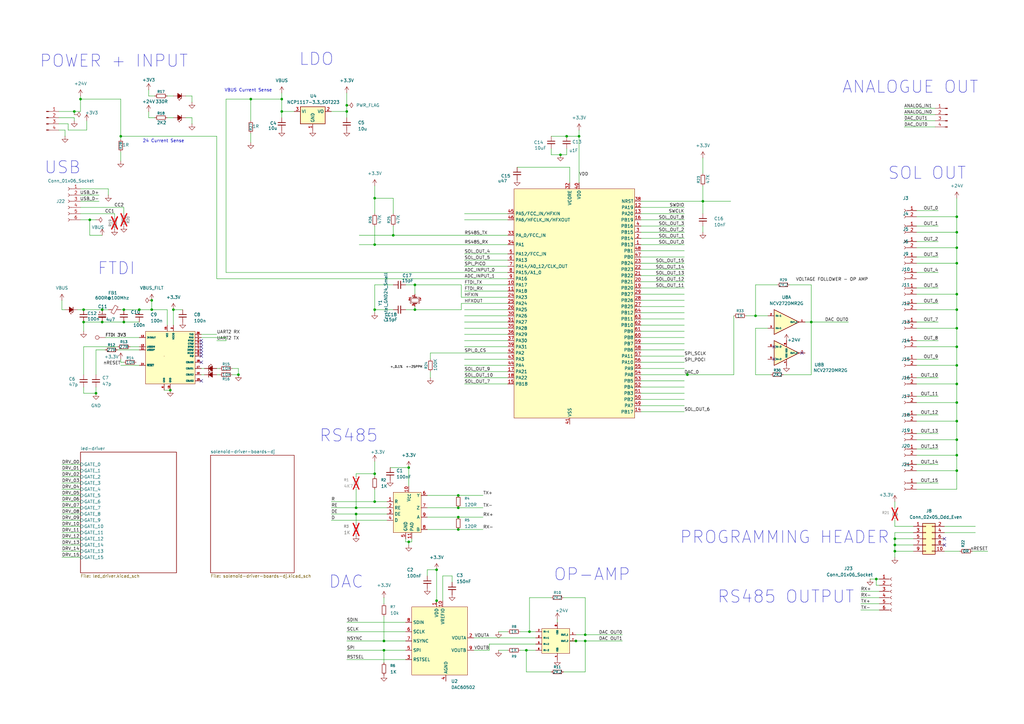
<source format=kicad_sch>
(kicad_sch (version 20250114) (generator "eeschema") (generator_version "9.0")
  (paper "A3")
  (lib_symbols
    (symbol "Connector:Conn_01x02_Socket" (pin_names (offset 1.016) (hide yes))
      (property "Reference" "J" (at 0 2.54 0))
      (property "Value" "Conn_01x02_Socket" (at 0 -5.08 0))
      (symbol "Conn_01x02_Socket_1_1"
        (pin passive line (at -5.08 0 0) (length 3.81) (name "Pin_1") (number "1"))
        (pin passive line (at -5.08 -2.54 0) (length 3.81) (name "Pin_2") (number "2"))
      )
    )
    (symbol "Connector:Conn_01x04_Pin" (pin_names (offset 1.016) (hide yes))
      (property "Reference" "J" (at 0 5.08 0))
      (property "Value" "Conn_01x04_Pin" (at 0 -7.62 0))
      (symbol "Conn_01x04_Pin_1_1"
        (pin passive line (at 5.08 2.54 180) (length 3.81) (name "Pin_1") (number "1"))
        (pin passive line (at 5.08 0 180) (length 3.81) (name "Pin_2") (number "2"))
        (pin passive line (at 5.08 -2.54 180) (length 3.81) (name "Pin_3") (number "3"))
        (pin passive line (at 5.08 -5.08 180) (length 3.81) (name "Pin_4") (number "4"))
      )
    )
    (symbol "Connector:Conn_01x06_Socket" (pin_names (offset 1.016) (hide yes))
      (property "Reference" "J" (at 0 7.62 0))
      (property "Value" "Conn_01x06_Socket" (at 0 -10.16 0))
      (symbol "Conn_01x06_Socket_1_1"
        (pin passive line (at -5.08 5.08 0) (length 3.81) (name "Pin_1") (number "1"))
        (pin passive line (at -5.08 2.54 0) (length 3.81) (name "Pin_2") (number "2"))
        (pin passive line (at -5.08 0 0) (length 3.81) (name "Pin_3") (number "3"))
        (pin passive line (at -5.08 -2.54 0) (length 3.81) (name "Pin_4") (number "4"))
        (pin passive line (at -5.08 -5.08 0) (length 3.81) (name "Pin_5") (number "5"))
        (pin passive line (at -5.08 -7.62 0) (length 3.81) (name "Pin_6") (number "6"))
      )
    )
    (symbol "Connector:TestPoint" (pin_numbers (hide yes)) (pin_names (offset 0.762) (hide yes))
      (property "Reference" "TP" (at 0 6.858 0))
      (property "Value" "TestPoint" (at 0 5.08 0))
      (symbol "TestPoint_1_1"
        (pin passive line (at 0 0 90) (length 2.54) (name "1") (number "1"))
      )
    )
    (symbol "Connector_Generic:Conn_02x05_Odd_Even" (pin_names (offset 1.016) (hide yes))
      (property "Reference" "J" (at 1.27 7.62 0))
      (property "Value" "Conn_02x05_Odd_Even" (at 1.27 -7.62 0))
      (symbol "Conn_02x05_Odd_Even_1_1"
        (pin passive line (at -5.08 5.08 0) (length 3.81) (name "Pin_1") (number "1"))
        (pin passive line (at -5.08 2.54 0) (length 3.81) (name "Pin_3") (number "3"))
        (pin passive line (at -5.08 0 0) (length 3.81) (name "Pin_5") (number "5"))
        (pin passive line (at -5.08 -2.54 0) (length 3.81) (name "Pin_7") (number "7"))
        (pin passive line (at -5.08 -5.08 0) (length 3.81) (name "Pin_9") (number "9"))
        (pin passive line (at 7.62 5.08 180) (length 3.81) (name "Pin_2") (number "2"))
        (pin passive line (at 7.62 2.54 180) (length 3.81) (name "Pin_4") (number "4"))
        (pin passive line (at 7.62 0 180) (length 3.81) (name "Pin_6") (number "6"))
        (pin passive line (at 7.62 -2.54 180) (length 3.81) (name "Pin_8") (number "8"))
        (pin passive line (at 7.62 -5.08 180) (length 3.81) (name "Pin_10") (number "10"))
      )
    )
    (symbol "Device:C_Polarized_Small" (pin_numbers (hide yes)) (pin_names (offset 0.254) (hide yes))
      (property "Reference" "C" (at 0.254 1.778 0))
      (property "Value" "C_Polarized_Small" (at 0.254 -2.032 0))
      (symbol "C_Polarized_Small_1_1"
        (pin passive line (at 0 2.54 270) (length 1.8542) (name "~") (number "1"))
        (pin passive line (at 0 -2.54 90) (length 1.8542) (name "~") (number "2"))
      )
    )
    (symbol "Device:C_Small" (pin_numbers (hide yes)) (pin_names (offset 0.254) (hide yes))
      (property "Reference" "C" (at 0.254 1.778 0))
      (property "Value" "C_Small" (at 0.254 -2.032 0))
      (symbol "C_Small_1_1"
        (pin passive line (at 0 2.54 270) (length 2.032) (name "~") (number "1"))
        (pin passive line (at 0 -2.54 90) (length 2.032) (name "~") (number "2"))
      )
    )
    (symbol "Device:Crystal_GND24_Small" (pin_names (offset 1.016) (hide yes))
      (property "Reference" "Y" (at 1.27 4.445 0))
      (property "Value" "Crystal_GND24_Small" (at 1.27 2.54 0))
      (symbol "Crystal_GND24_Small_1_1"
        (pin passive line (at -2.54 0 0) (length 1.27) (name "1") (number "1"))
        (pin passive line (at 0 2.54 270) (length 0.635) (name "4") (number "4"))
        (pin passive line (at 0 -2.54 90) (length 0.635) (name "2") (number "2"))
        (pin passive line (at 2.54 0 180) (length 1.27) (name "3") (number "3"))
      )
    )
    (symbol "Device:FerriteBead_Small" (pin_numbers (hide yes)) (pin_names (offset 0))
      (property "Reference" "FB" (at 1.905 1.27 0))
      (property "Value" "FerriteBead_Small" (at 1.905 -1.27 0))
      (symbol "FerriteBead_Small_1_1"
        (pin passive line (at 0 2.54 270) (length 1.27) (name "~") (number "1"))
        (pin passive line (at 0 -2.54 90) (length 1.27) (name "~") (number "2"))
      )
    )
    (symbol "Device:LED_Small_Filled" (pin_numbers (hide yes)) (pin_names (offset 0.254) (hide yes))
      (property "Reference" "D" (at -1.27 3.175 0))
      (property "Value" "LED_Small_Filled" (at -4.445 -2.54 0))
      (symbol "LED_Small_Filled_1_1"
        (pin passive line (at -2.54 0 0) (length 1.778) (name "K") (number "1"))
        (pin passive line (at 2.54 0 180) (length 1.778) (name "A") (number "2"))
      )
    )
    (symbol "Device:R_Small" (pin_numbers (hide yes)) (pin_names (offset 0.254) (hide yes))
      (property "Reference" "R" (at 0 0 90))
      (property "Value" "R_Small" (at 1.778 0 90))
      (symbol "R_Small_1_1"
        (pin passive line (at 0 2.54 270) (length 0.762) (name "~") (number "1"))
        (pin passive line (at 0 -2.54 90) (length 0.762) (name "~") (number "2"))
      )
    )
    (symbol "OpAmp_NCV272_1"
      (property "Reference" "U" (at 0 3.556 0))
      (property "Value" "NCV272DMR2G" (at 10.16 -7.112 0))
      (symbol "OpAmp_NCV272_1_1_1"
        (pin input line (at -2.54 0 0) (length 2.54) (name "IN-1") (number "2"))
        (pin input line (at -2.54 -5.08 0) (length 2.54) (name "IN+1") (number "3"))
        (pin output line (at 12.7 -2.54 180) (length 2.54) (name "OUT_1") (number "1"))
      )
      (symbol "OpAmp_NCV272_1_2_1"
        (pin input line (at -2.54 0 0) (length 2.54) (name "IN-2") (number "6"))
        (pin input line (at -2.54 -5.08 0) (length 2.54) (name "IN+2") (number "5"))
        (pin input line (at 5.08 2.54 270) (length 2.54) (name "VDD") (number "8"))
        (pin input line (at 5.08 -7.62 90) (length 2.54) (name "VSS") (number "4"))
        (pin output line (at 12.7 -2.54 180) (length 2.54) (name "OUT_2") (number "7"))
      )
    )
    (symbol "Project_Symbols:DAC_60502"
      (property "Reference" "U2" (at 0.8733 -55.88 0))
      (property "Value" "DAC60502" (at 0.8733 -58.42 0))
      (symbol "DAC_60502_1_1"
        (pin bidirectional line (at -17.78 -31.75 0) (length 2.54) (name "SDIN") (number "8"))
        (pin input line (at -17.78 -35.56 0) (length 2.54) (name "SCLK") (number "6"))
        (pin input line (at -17.78 -39.37 0) (length 2.54) (name "NSYNC") (number "7"))
        (pin input line (at -17.78 -43.18 0) (length 2.54) (name "SPI") (number "5"))
        (pin input line (at -17.78 -46.99 0) (length 2.54) (name "RSTSEL") (number "3"))
        (pin power_in line (at -5.08 -22.86 270) (length 2.54) (name "VDD") (number "1"))
        (pin bidirectional line (at -2.54 -22.86 270) (length 2.54) (name "VREFIO") (number "10"))
        (pin passive line (at -1.27 -55.88 90) (length 2.54) (name "AGND") (number "4"))
        (pin output line (at 10.16 -38.1 180) (length 2.54) (name "VOUTA") (number "2"))
        (pin output line (at 10.16 -43.18 180) (length 2.54) (name "VOUTB") (number "9"))
      )
    )
    (symbol "Project_Symbols:MCU_MSPM0G3507"
      (symbol "MCU_MSPM0G3507_1_1"
        (pin input line (at -25.4 15.24 0) (length 2.54) (name "PA5/FCC_IN/HFXIN") (number "45"))
        (pin input line (at -25.4 12.7 0) (length 2.54) (name "PA6/HFCLK_IN/HFXOUT") (number "46"))
        (pin input line (at -25.4 6.35 0) (length 2.54) (name "PA_0/FCC_IN") (number "33"))
        (pin input line (at -25.4 2.54 0) (length 2.54) (name "PA1") (number "34"))
        (pin input line (at -25.4 -1.27 0) (length 2.54) (name "PA12/FCC_IN") (number "5"))
        (pin input line (at -25.4 -3.81 0) (length 2.54) (name "PA13") (number "6"))
        (pin input line (at -25.4 -6.35 0) (length 2.54) (name "PA14/A0_12/CLK_OUT") (number "7"))
        (pin input line (at -25.4 -8.89 0) (length 2.54) (name "PA15/A1_0") (number "8"))
        (pin input line (at -25.4 -11.43 0) (length 2.54) (name "PA16") (number "9"))
        (pin input line (at -25.4 -13.97 0) (length 2.54) (name "PA17") (number "10"))
        (pin input line (at -25.4 -16.51 0) (length 2.54) (name "PA18") (number "11"))
        (pin input line (at -25.4 -19.05 0) (length 2.54) (name "PA23") (number "24"))
        (pin input line (at -25.4 -21.59 0) (length 2.54) (name "PA24") (number "25"))
        (pin input line (at -25.4 -24.13 0) (length 2.54) (name "PA25") (number "26"))
        (pin input line (at -25.4 -26.67 0) (length 2.54) (name "PA26") (number "30"))
        (pin input line (at -25.4 -29.21 0) (length 2.54) (name "PA27") (number "31"))
        (pin input line (at -25.4 -31.75 0) (length 2.54) (name "PA28") (number "35"))
        (pin input line (at -25.4 -34.29 0) (length 2.54) (name "PA29") (number "36"))
        (pin input line (at -25.4 -36.83 0) (length 2.54) (name "PA30") (number "37"))
        (pin input line (at -25.4 -39.37 0) (length 2.54) (name "PA31") (number "39"))
        (pin input line (at -25.4 -41.91 0) (length 2.54) (name "PA2") (number "42"))
        (pin input line (at -25.4 -44.45 0) (length 2.54) (name "PA3") (number "43"))
        (pin input line (at -25.4 -46.99 0) (length 2.54) (name "PA4") (number "44"))
        (pin input line (at -25.4 -49.53 0) (length 2.54) (name "PA21") (number "17"))
        (pin input line (at -25.4 -52.07 0) (length 2.54) (name "PA22") (number "18"))
        (pin input line (at -25.4 -54.61 0) (length 2.54) (name "PB18") (number "15"))
        (pin input line (at 0 27.94 270) (length 2.54) (name "VCORE") (number "32"))
        (pin input line (at 0 -71.12 90) (length 2.54) (name "VSS") (number "41"))
        (pin input line (at 3.81 27.94 270) (length 2.54) (name "VDD") (number "40"))
        (pin input line (at 29.21 20.32 180) (length 2.54) (name "NRST") (number "38"))
        (pin input line (at 29.21 17.78 180) (length 2.54) (name "PA19") (number "12"))
        (pin input line (at 29.21 15.24 180) (length 2.54) (name "PA20") (number "13"))
        (pin input line (at 29.21 12.7 180) (length 2.54) (name "PB19") (number "16"))
        (pin input line (at 29.21 10.16 180) (length 2.54) (name "PB16") (number "4"))
        (pin input line (at 29.21 7.62 180) (length 2.54) (name "PB15") (number "3"))
        (pin input line (at 29.21 5.08 180) (length 2.54) (name "PB14") (number "2"))
        (pin input line (at 29.21 2.54 180) (length 2.54) (name "PB13") (number "1"))
        (pin input line (at 29.21 0 180) (length 2.54) (name "PB1") (number "48"))
        (pin input line (at 29.21 -2.54 180) (length 2.54) (name "PB0") (number "47"))
        (pin input line (at 29.21 -5.08 180) (length 2.54) (name "PB24") (number "23"))
        (pin input line (at 29.21 -7.62 180) (length 2.54) (name "PB23") (number "22"))
        (pin input line (at 29.21 -10.16 180) (length 2.54) (name "PB22") (number "21"))
        (pin input line (at 29.21 -12.7 180) (length 2.54) (name "PB21") (number "20"))
        (pin input line (at 29.21 -15.24 180) (length 2.54) (name "PB20") (number "19"))
        (pin input line (at 29.21 -17.78 180) (length 2.54) (name "PB27") (number "29"))
        (pin input line (at 29.21 -20.32 180) (length 2.54) (name "PB26") (number "28"))
        (pin input line (at 29.21 -22.86 180) (length 2.54) (name "PB25") (number "27"))
        (pin input line (at 29.21 -25.4 180) (length 2.54) (name "PB12") (number "64"))
        (pin input line (at 29.21 -27.94 180) (length 2.54) (name "PB11") (number "63"))
        (pin input line (at 29.21 -30.48 180) (length 2.54) (name "PB10") (number "62"))
        (pin input line (at 29.21 -33.02 180) (length 2.54) (name "PB9") (number "61"))
        (pin input line (at 29.21 -35.56 180) (length 2.54) (name "PB8") (number "60"))
        (pin input line (at 29.21 -38.1 180) (length 2.54) (name "PB7") (number "59"))
        (pin input line (at 29.21 -40.64 180) (length 2.54) (name "PB6") (number "58"))
        (pin input line (at 29.21 -43.18 180) (length 2.54) (name "PA11") (number "57"))
        (pin input line (at 29.21 -45.72 180) (length 2.54) (name "PA10") (number "56"))
        (pin input line (at 29.21 -48.26 180) (length 2.54) (name "PA9") (number "55"))
        (pin input line (at 29.21 -50.8 180) (length 2.54) (name "PA8") (number "54"))
        (pin input line (at 29.21 -53.34 180) (length 2.54) (name "PB5") (number "53"))
        (pin input line (at 29.21 -55.88 180) (length 2.54) (name "PB4") (number "52"))
        (pin input line (at 29.21 -58.42 180) (length 2.54) (name "PB3") (number "51"))
        (pin input line (at 29.21 -60.96 180) (length 2.54) (name "PB2") (number "50"))
        (pin input line (at 29.21 -63.5 180) (length 2.54) (name "PA7") (number "49"))
        (pin input line (at 29.21 -66.04 180) (length 2.54) (name "PB17") (number "14"))
      )
    )
    (symbol "Project_Symbols:OpAmp_NCV272"
      (symbol "OpAmp_NCV272_1_1"
        (pin input line (at -6.35 2.54 0) (length 2.54) (name "IN-1") (number "2"))
        (pin input line (at -6.35 0 0) (length 2.54) (name "IN+1") (number "3"))
        (pin input line (at -6.35 -2.54 0) (length 2.54) (name "IN+2") (number "5"))
        (pin input line (at -6.35 -5.08 0) (length 2.54) (name "IN-2") (number "6"))
        (pin input line (at 2.54 6.35 270) (length 2.54) (name "VDD") (number "8"))
        (pin input line (at 2.54 -8.89 90) (length 2.54) (name "VSS") (number "4"))
        (pin output line (at 10.16 1.27 180) (length 2.54) (name "OUT_1") (number "1"))
        (pin output line (at 10.16 -1.27 180) (length 2.54) (name "OUT_2") (number "7"))
      )
    )
    (symbol "Project_Symbols:RS485_THVD2412"
      (symbol "RS485_THVD2412_1_1"
        (pin output line (at -8.89 -8.89 0) (length 2.54) (name "R") (number "1"))
        (pin input line (at -8.89 -11.43 0) (length 2.54) (name "RE") (number "2"))
        (pin input line (at -8.89 -13.97 0) (length 2.54) (name "DE") (number "3"))
        (pin input line (at -8.89 -16.51 0) (length 2.54) (name "D") (number "4"))
        (pin passive line (at -1.27 -24.13 90) (length 2.54) (name "GND") (number "5"))
        (pin power_in line (at 0 -2.54 270) (length 2.54) (name "V_{CC}") (number "10"))
        (pin passive line (at 1.27 -24.13 90) (length 2.54) (name "PAD") (number "11"))
        (pin output line (at 7.62 -6.35 180) (length 2.54) (name "Y") (number "6"))
        (pin output line (at 7.62 -11.43 180) (length 2.54) (name "Z") (number "7"))
        (pin input line (at 7.62 -15.24 180) (length 2.54) (name "A") (number "9"))
        (pin input line (at 7.62 -20.32 180) (length 2.54) (name "B") (number "8"))
      )
    )
    (symbol "Project_Symbols:ftdi_FT231X"
      (symbol "ftdi_FT231X_1_1"
        (pin input line (at -12.7 0 0) (length 2.54) (name "3V3OUT") (number "13"))
        (pin input line (at -12.7 -3.81 0) (length 2.54) (name "USBDM") (number "12"))
        (pin input line (at -12.7 -5.08 0) (length 2.54) (name "USBDP") (number "11"))
        (pin input line (at -12.7 -11.43 0) (length 2.54) (name "~{RESET}") (number "14"))
        (pin input line (at -2.54 -21.59 90) (length 2.54) (name "GND") (number "6"))
        (pin input line (at -1.27 5.08 270) (length 2.54) (name "VCC") (number "15"))
        (pin input line (at 0 -21.59 90) (length 2.54) (name "GND") (number "16"))
        (pin input line (at 1.27 5.08 270) (length 2.54) (name "VCCIO") (number "3"))
        (pin input line (at 12.7 1.27 180) (length 2.54) (name "TXD") (number "20"))
        (pin input line (at 12.7 0 180) (length 2.54) (name "RXD") (number "4"))
        (pin input line (at 12.7 -1.27 180) (length 2.54) (name "RTS#") (number "2"))
        (pin input line (at 12.7 -2.54 180) (length 2.54) (name "CTS#") (number "9"))
        (pin input line (at 12.7 -3.81 180) (length 2.54) (name "DTR#") (number "1"))
        (pin input line (at 12.7 -5.08 180) (length 2.54) (name "DSR#") (number "7"))
        (pin input line (at 12.7 -6.35 180) (length 2.54) (name "DCD#") (number "8"))
        (pin input line (at 12.7 -7.62 180) (length 2.54) (name "RI#") (number "5"))
        (pin input line (at 12.7 -10.16 180) (length 2.54) (name "CBUS0") (number "18"))
        (pin input line (at 12.7 -12.7 180) (length 2.54) (name "CBUS1") (number "17"))
        (pin input line (at 12.7 -15.24 180) (length 2.54) (name "CBUS2") (number "10"))
        (pin input line (at 12.7 -17.78 180) (length 2.54) (name "CBUS3") (number "19"))
      )
    )
    (symbol "Regulator_Linear:NCP1117-3.3_SOT223"
      (property "Reference" "U" (at -3.81 3.175 0))
      (property "Value" "NCP1117-3.3_SOT223" (at 0 3.175 0))
      (symbol "NCP1117-3.3_SOT223_1_1"
        (pin power_in line (at -7.62 0 0) (length 2.54) (name "VI") (number "3"))
        (pin power_in line (at 0 -7.62 90) (length 2.54) (name "GND") (number "1"))
        (pin power_out line (at 7.62 0 180) (length 2.54) (name "VO") (number "2"))
      )
    )
    (symbol "power:+3.3V" (power) (pin_numbers (hide yes)) (pin_names (offset 0) (hide yes))
      (property "Value" "+3.3V" (at 0 3.556 0))
      (symbol "+3.3V_1_1"
        (pin power_in line (at 0 0 90) (length 0) (name "~") (number "1"))
      )
    )
    (symbol "power:GND" (power) (pin_numbers (hide yes)) (pin_names (offset 0) (hide yes))
      (property "Value" "GND" (at 0 -3.81 0))
      (symbol "GND_1_1"
        (pin power_in line (at 0 0 270) (length 0) (name "~") (number "1"))
      )
    )
    (symbol "power:PWR_FLAG" (power) (pin_numbers (hide yes)) (pin_names (offset 0) (hide yes))
      (property "Value" "PWR_FLAG" (at 0 3.81 0))
      (symbol "PWR_FLAG_0_0"
        (pin power_out line (at 0 0 90) (length 0) (name "~") (number "1"))
      )
    )
    (symbol "power:VBUS" (power) (pin_numbers (hide yes)) (pin_names (offset 0) (hide yes))
      (property "Value" "VBUS" (at 0 3.556 0))
      (symbol "VBUS_1_1"
        (pin power_in line (at 0 0 90) (length 0) (name "~") (number "1"))
      )
    )
  )
  (text "POWER + INPUT\n" (at 46.736 25.146 0) (effects (font (size 5 5))))
  (text "ANALOGUE OUT\n" (at 373.38 35.814 0) (effects (font (size 5 5))))
  (text "SOL OUT\n" (at 380.238 71.12 0) (effects (font (size 5 5))))
  (text "LDO\n" (at 129.794 24.384 0) (effects (font (size 5 5))))
  (text "FTDI\n" (at 47.752 110.236 0) (effects (font (size 5 5))))
  (text "USB\n" (at 25.654 68.834 0) (effects (font (size 5 5))))
  (text "RS485 OUTPUT\n\n" (at 322.326 248.92 0) (effects (font (size 5 5))))
  (text "PROGRAMMING HEADER\n" (at 321.818 220.472 0) (effects (font (size 5 5))))
  (text "RS485\n" (at 143.002 178.816 0) (effects (font (size 5 5))))
  (text "DAC\n" (at 141.986 238.76 0) (effects (font (size 5 5))))
  (text "OP-AMP\n\n" (at 242.824 239.776 0) (effects (font (size 5 5))))
  (text "VBUS Current Sense" (at 101.854 37.084 0) (effects (font (size 1.27 1.27))))
  (text "24 Current Sense" (at 67.056 57.912 0) (effects (font (size 1.27 1.27))))
  (junction (at 240.03 262.89))
  (junction (at 34.29 127))
  (junction (at 142.24 45.72))
  (junction (at 392.43 120.65))
  (junction (at 69.85 160.02))
  (junction (at 392.43 127))
  (junction (at 62.23 123.19))
  (junction (at 332.74 132.08))
  (junction (at 392.43 88.9))
  (junction (at 187.96 208.28))
  (junction (at 153.67 81.28))
  (junction (at 392.43 101.6))
  (junction (at 157.48 262.89))
  (junction (at 33.02 40.64))
  (junction (at 215.9 266.7))
  (junction (at 392.43 95.25))
  (junction (at 392.43 134.62))
  (junction (at 236.22 262.89))
  (junction (at 146.05 208.28))
  (junction (at 57.15 127))
  (junction (at 392.43 180.34))
  (junction (at 179.07 233.68))
  (junction (at 187.96 203.2))
  (junction (at 288.29 82.55))
  (junction (at 146.05 210.82))
  (junction (at 153.67 194.31))
  (junction (at 115.57 40.64))
  (junction (at 97.79 153.67))
  (junction (at 157.48 266.7))
  (junction (at 367.03 220.98))
  (junction (at 367.03 223.52))
  (junction (at 187.96 212.09))
  (junction (at 62.23 127))
  (junction (at 39.37 161.29))
  (junction (at 153.67 100.33))
  (junction (at 153.67 127))
  (junction (at 309.88 129.54))
  (junction (at 232.41 55.88))
  (junction (at 167.64 222.25))
  (junction (at 187.96 217.17))
  (junction (at 115.57 45.72))
  (junction (at 142.24 43.18))
  (junction (at 392.43 142.24))
  (junction (at 161.29 96.52))
  (junction (at 50.8 132.08))
  (junction (at 170.18 127))
  (junction (at 281.94 153.67))
  (junction (at 240.03 260.35))
  (junction (at 217.17 259.08))
  (junction (at 49.53 55.88))
  (junction (at 41.91 127))
  (junction (at 359.41 237.49))
  (junction (at 170.18 116.84))
  (junction (at 392.43 186.69))
  (junction (at 392.43 149.86))
  (junction (at 392.43 193.04))
  (junction (at 392.43 172.72))
  (junction (at 392.43 165.1))
  (junction (at 179.07 246.38))
  (junction (at 50.8 127))
  (junction (at 229.87 63.5))
  (junction (at 237.49 55.88))
  (junction (at 392.43 157.48))
  (junction (at 71.12 127))
  (junction (at 34.29 132.08))
  (junction (at 367.03 226.06))
  (junction (at 41.91 132.08))
  (junction (at 392.43 107.95))
  (junction (at 30.48 45.72))
  (junction (at 36.83 90.17))
  (junction (at 167.64 191.77))
  (junction (at 153.67 205.74))
  (junction (at 102.87 40.64))
  (no_connect (at 387.35 223.52))
  (no_connect (at 82.55 142.24))
  (no_connect (at 328.93 144.78))
  (no_connect (at 82.55 144.78))
  (no_connect (at 317.5 142.24))
  (no_connect (at 387.35 220.98))
  (no_connect (at 82.55 146.05))
  (no_connect (at 82.55 156.21))
  (no_connect (at 82.55 139.7))
  (no_connect (at 82.55 140.97))
  (no_connect (at 82.55 143.51))
  (no_connect (at 317.5 147.32))
  (no_connect (at 82.55 148.59))
  (wire (pts (xy 168.91 222.25) (xy 167.64 222.25)))
  (wire (pts (xy 160.02 191.77) (xy 167.64 191.77)))
  (wire (pts (xy 392.43 127) (xy 392.43 134.62)))
  (wire (pts (xy 27.94 53.34) (xy 35.56 53.34)))
  (wire (pts (xy 78.74 48.26) (xy 78.74 50.8)))
  (wire (pts (xy 153.67 200.66) (xy 153.67 205.74)))
  (wire (pts (xy 226.06 63.5) (xy 229.87 63.5)))
  (wire (pts (xy 68.58 48.26) (xy 71.12 48.26)))
  (wire (pts (xy 175.26 217.17) (xy 187.96 217.17)))
  (wire (pts (xy 262.89 90.17) (xy 280.67 90.17)))
  (wire (pts (xy 217.17 245.11) (xy 226.06 245.11)))
  (wire (pts (xy 359.41 240.03) (xy 359.41 237.49)))
  (wire (pts (xy 88.9 55.88) (xy 88.9 114.3)))
  (wire (pts (xy 167.64 222.25) (xy 167.64 223.52)))
  (wire (pts (xy 370.84 46.99) (xy 383.54 46.99)))
  (wire (pts (xy 215.9 266.7) (xy 215.9 275.59)))
  (wire (pts (xy 157.48 245.11) (xy 157.48 247.65)))
  (wire (pts (xy 34.29 132.08) (xy 34.29 135.89)))
  (wire (pts (xy 392.43 186.69) (xy 392.43 193.04)))
  (wire (pts (xy 153.67 92.71) (xy 153.67 100.33)))
  (wire (pts (xy 375.92 95.25) (xy 392.43 95.25)))
  (wire (pts (xy 215.9 266.7) (xy 219.71 266.7)))
  (wire (pts (xy 262.89 123.19) (xy 280.67 123.19)))
  (wire (pts (xy 39.37 158.75) (xy 39.37 161.29)))
  (wire (pts (xy 60.96 36.83) (xy 60.96 39.37)))
  (wire (pts (xy 50.8 127) (xy 57.15 127)))
  (wire (pts (xy 237.49 53.34) (xy 237.49 55.88)))
  (wire (pts (xy 375.92 142.24) (xy 392.43 142.24)))
  (wire (pts (xy 213.36 259.08) (xy 217.17 259.08)))
  (wire (pts (xy 187.96 203.2) (xy 198.12 203.2)))
  (wire (pts (xy 189.23 121.92) (xy 208.28 121.92)))
  (wire (pts (xy 95.25 151.13) (xy 97.79 151.13)))
  (wire (pts (xy 170.18 127) (xy 166.37 127)))
  (wire (pts (xy 26.67 53.34) (xy 26.67 55.88)))
  (wire (pts (xy 33.02 40.64) (xy 33.02 45.72)))
  (wire (pts (xy 240.03 262.89) (xy 255.27 262.89)))
  (wire (pts (xy 146.05 200.66) (xy 146.05 208.28)))
  (wire (pts (xy 353.06 245.11) (xy 360.68 245.11)))
  (wire (pts (xy 25.4 193.04) (xy 33.02 193.04)))
  (wire (pts (xy 262.89 97.79) (xy 280.67 97.79)))
  (wire (pts (xy 25.4 123.19) (xy 25.4 127)))
  (wire (pts (xy 153.67 127) (xy 161.29 127)))
  (wire (pts (xy 232.41 55.88) (xy 226.06 55.88)))
  (wire (pts (xy 375.92 124.46) (xy 384.81 124.46)))
  (wire (pts (xy 288.29 64.77) (xy 288.29 71.12)))
  (wire (pts (xy 36.83 90.17) (xy 39.37 90.17)))
  (wire (pts (xy 367.03 205.74) (xy 367.03 208.28)))
  (wire (pts (xy 316.23 153.67) (xy 309.88 153.67)))
  (wire (pts (xy 33.02 40.64) (xy 49.53 40.64)))
  (wire (pts (xy 30.48 45.72) (xy 30.48 46.99)))
  (wire (pts (xy 262.89 85.09) (xy 280.67 85.09)))
  (wire (pts (xy 179.07 233.68) (xy 179.07 246.38)))
  (wire (pts (xy 262.89 125.73) (xy 280.67 125.73)))
  (wire (pts (xy 229.87 63.5) (xy 232.41 63.5)))
  (wire (pts (xy 142.24 262.89) (xy 157.48 262.89)))
  (wire (pts (xy 398.78 226.06) (xy 405.13 226.06)))
  (wire (pts (xy 115.57 38.1) (xy 115.57 40.64)))
  (wire (pts (xy 262.89 148.59) (xy 280.67 148.59)))
  (wire (pts (xy 49.53 147.32) (xy 49.53 148.59)))
  (wire (pts (xy 392.43 157.48) (xy 392.43 165.1)))
  (wire (pts (xy 190.5 149.86) (xy 208.28 149.86)))
  (wire (pts (xy 190.5 147.32) (xy 208.28 147.32)))
  (wire (pts (xy 189.23 116.84) (xy 170.18 116.84)))
  (wire (pts (xy 219.71 264.16) (xy 200.66 264.16)))
  (wire (pts (xy 153.67 116.84) (xy 153.67 127)))
  (wire (pts (xy 190.5 132.08) (xy 208.28 132.08)))
  (wire (pts (xy 176.53 144.78) (xy 208.28 144.78)))
  (wire (pts (xy 375.92 134.62) (xy 392.43 134.62)))
  (wire (pts (xy 25.4 210.82) (xy 33.02 210.82)))
  (wire (pts (xy 262.89 135.89) (xy 280.67 135.89)))
  (wire (pts (xy 375.92 186.69) (xy 392.43 186.69)))
  (wire (pts (xy 392.43 81.28) (xy 392.43 88.9)))
  (wire (pts (xy 175.26 208.28) (xy 187.96 208.28)))
  (wire (pts (xy 375.92 157.48) (xy 392.43 157.48)))
  (wire (pts (xy 262.89 138.43) (xy 280.67 138.43)))
  (wire (pts (xy 190.5 152.4) (xy 208.28 152.4)))
  (wire (pts (xy 142.24 38.1) (xy 142.24 43.18)))
  (wire (pts (xy 262.89 100.33) (xy 280.67 100.33)))
  (wire (pts (xy 190.5 154.94) (xy 208.28 154.94)))
  (wire (pts (xy 190.5 137.16) (xy 208.28 137.16)))
  (wire (pts (xy 153.67 194.31) (xy 153.67 195.58)))
  (wire (pts (xy 262.89 120.65) (xy 280.67 120.65)))
  (wire (pts (xy 375.92 154.94) (xy 384.81 154.94)))
  (wire (pts (xy 375.92 147.32) (xy 384.81 147.32)))
  (wire (pts (xy 375.92 105.41) (xy 384.81 105.41)))
  (wire (pts (xy 68.58 133.35) (xy 68.58 127)))
  (wire (pts (xy 190.5 119.38) (xy 208.28 119.38)))
  (wire (pts (xy 375.92 92.71) (xy 384.81 92.71)))
  (wire (pts (xy 92.71 139.7) (xy 88.9 139.7)))
  (wire (pts (xy 30.48 48.26) (xy 30.48 49.53)))
  (wire (pts (xy 82.55 151.13) (xy 83.82 151.13)))
  (wire (pts (xy 190.5 127) (xy 208.28 127)))
  (wire (pts (xy 190.5 106.68) (xy 208.28 106.68)))
  (wire (pts (xy 102.87 54.61) (xy 102.87 58.42)))
  (wire (pts (xy 353.06 250.19) (xy 360.68 250.19)))
  (wire (pts (xy 213.36 266.7) (xy 215.9 266.7)))
  (wire (pts (xy 142.24 45.72) (xy 142.24 48.26)))
  (wire (pts (xy 190.5 109.22) (xy 208.28 109.22)))
  (wire (pts (xy 190.5 104.14) (xy 208.28 104.14)))
  (wire (pts (xy 62.23 123.19) (xy 62.23 127)))
  (wire (pts (xy 375.92 190.5) (xy 384.81 190.5)))
  (wire (pts (xy 231.14 275.59) (xy 240.03 275.59)))
  (wire (pts (xy 25.4 213.36) (xy 33.02 213.36)))
  (wire (pts (xy 190.5 157.48) (xy 208.28 157.48)))
  (wire (pts (xy 161.29 81.28) (xy 161.29 87.63)))
  (wire (pts (xy 78.74 39.37) (xy 78.74 41.91)))
  (wire (pts (xy 33.02 77.47) (xy 44.45 77.47)))
  (wire (pts (xy 153.67 205.74) (xy 158.75 205.74)))
  (wire (pts (xy 40.64 82.55) (xy 33.02 82.55)))
  (wire (pts (xy 375.92 200.66) (xy 392.43 200.66)))
  (wire (pts (xy 375.92 127) (xy 392.43 127)))
  (wire (pts (xy 176.53 144.78) (xy 176.53 147.32)))
  (wire (pts (xy 262.89 153.67) (xy 281.94 153.67)))
  (wire (pts (xy 157.48 262.89) (xy 166.37 262.89)))
  (wire (pts (xy 24.13 45.72) (xy 30.48 45.72)))
  (wire (pts (xy 146.05 208.28) (xy 158.75 208.28)))
  (wire (pts (xy 231.14 245.11) (xy 240.03 245.11)))
  (wire (pts (xy 262.89 102.87) (xy 280.67 102.87)))
  (wire (pts (xy 185.42 236.22) (xy 185.42 238.76)))
  (wire (pts (xy 392.43 88.9) (xy 392.43 95.25)))
  (wire (pts (xy 240.03 260.35) (xy 255.27 260.35)))
  (wire (pts (xy 175.26 233.68) (xy 175.26 236.22)))
  (wire (pts (xy 135.89 208.28) (xy 146.05 208.28)))
  (wire (pts (xy 34.29 161.29) (xy 39.37 161.29)))
  (wire (pts (xy 168.91 220.98) (xy 168.91 222.25)))
  (wire (pts (xy 367.03 223.52) (xy 367.03 226.06)))
  (wire (pts (xy 190.5 116.84) (xy 208.28 116.84)))
  (wire (pts (xy 82.55 137.16) (xy 88.9 137.16)))
  (wire (pts (xy 392.43 107.95) (xy 392.43 120.65)))
  (wire (pts (xy 25.4 205.74) (xy 33.02 205.74)))
  (wire (pts (xy 288.29 76.2) (xy 288.29 82.55)))
  (wire (pts (xy 71.12 127) (xy 71.12 133.35)))
  (wire (pts (xy 170.18 127) (xy 189.23 127)))
  (wire (pts (xy 262.89 130.81) (xy 280.67 130.81)))
  (wire (pts (xy 375.92 198.12) (xy 384.81 198.12)))
  (wire (pts (xy 359.41 237.49) (xy 360.68 237.49)))
  (wire (pts (xy 147.32 96.52) (xy 161.29 96.52)))
  (wire (pts (xy 41.91 132.08) (xy 50.8 132.08)))
  (wire (pts (xy 262.89 140.97) (xy 280.67 140.97)))
  (wire (pts (xy 189.23 116.84) (xy 189.23 121.92)))
  (wire (pts (xy 392.43 95.25) (xy 392.43 101.6)))
  (wire (pts (xy 25.4 208.28) (xy 33.02 208.28)))
  (wire (pts (xy 190.5 139.7) (xy 208.28 139.7)))
  (wire (pts (xy 41.91 127) (xy 44.45 127)))
  (wire (pts (xy 306.07 129.54) (xy 309.88 129.54)))
  (wire (pts (xy 24.13 48.26) (xy 30.48 48.26)))
  (wire (pts (xy 375.92 180.34) (xy 392.43 180.34)))
  (wire (pts (xy 31.75 127) (xy 34.29 127)))
  (wire (pts (xy 375.92 132.08) (xy 384.81 132.08)))
  (wire (pts (xy 262.89 95.25) (xy 280.67 95.25)))
  (wire (pts (xy 262.89 151.13) (xy 280.67 151.13)))
  (wire (pts (xy 262.89 156.21) (xy 280.67 156.21)))
  (wire (pts (xy 262.89 143.51) (xy 280.67 143.51)))
  (wire (pts (xy 36.83 96.52) (xy 41.91 96.52)))
  (wire (pts (xy 142.24 259.08) (xy 166.37 259.08)))
  (wire (pts (xy 375.92 107.95) (xy 392.43 107.95)))
  (wire (pts (xy 262.89 82.55) (xy 288.29 82.55)))
  (wire (pts (xy 262.89 146.05) (xy 280.67 146.05)))
  (wire (pts (xy 88.9 114.3) (xy 208.28 114.3)))
  (wire (pts (xy 217.17 259.08) (xy 219.71 259.08)))
  (wire (pts (xy 176.53 152.4) (xy 176.53 154.94)))
  (wire (pts (xy 92.71 40.64) (xy 102.87 40.64)))
  (wire (pts (xy 375.92 162.56) (xy 384.81 162.56)))
  (wire (pts (xy 370.84 44.45) (xy 383.54 44.45)))
  (wire (pts (xy 142.24 270.51) (xy 166.37 270.51)))
  (wire (pts (xy 187.96 208.28) (xy 198.12 208.28)))
  (wire (pts (xy 187.96 212.09) (xy 198.12 212.09)))
  (wire (pts (xy 49.53 127) (xy 50.8 127)))
  (wire (pts (xy 204.47 266.7) (xy 208.28 266.7)))
  (wire (pts (xy 375.92 139.7) (xy 384.81 139.7)))
  (wire (pts (xy 375.92 99.06) (xy 384.81 99.06)))
  (wire (pts (xy 309.88 153.67) (xy 309.88 134.62)))
  (wire (pts (xy 153.67 81.28) (xy 153.67 87.63)))
  (wire (pts (xy 375.92 177.8) (xy 384.81 177.8)))
  (wire (pts (xy 34.29 142.24) (xy 48.26 142.24)))
  (wire (pts (xy 360.68 240.03) (xy 359.41 240.03)))
  (wire (pts (xy 375.92 101.6) (xy 392.43 101.6)))
  (wire (pts (xy 25.4 198.12) (xy 33.02 198.12)))
  (wire (pts (xy 92.71 111.76) (xy 92.71 40.64)))
  (wire (pts (xy 367.03 220.98) (xy 374.65 220.98)))
  (wire (pts (xy 92.71 139.7) (xy 92.71 138.43)))
  (wire (pts (xy 375.92 149.86) (xy 392.43 149.86)))
  (wire (pts (xy 181.61 236.22) (xy 181.61 246.38)))
  (wire (pts (xy 25.4 195.58) (xy 33.02 195.58)))
  (wire (pts (xy 135.89 213.36) (xy 158.75 213.36)))
  (wire (pts (xy 39.37 143.51) (xy 43.18 143.51)))
  (wire (pts (xy 146.05 195.58) (xy 146.05 194.31)))
  (wire (pts (xy 57.15 127) (xy 62.23 127)))
  (wire (pts (xy 204.47 259.08) (xy 208.28 259.08)))
  (wire (pts (xy 370.84 52.07) (xy 383.54 52.07)))
  (wire (pts (xy 115.57 45.72) (xy 120.65 45.72)))
  (wire (pts (xy 157.48 252.73) (xy 157.48 262.89)))
  (wire (pts (xy 157.48 266.7) (xy 166.37 266.7)))
  (wire (pts (xy 48.26 143.51) (xy 57.15 143.51)))
  (wire (pts (xy 170.18 116.84) (xy 170.18 120.65)))
  (wire (pts (xy 190.5 134.62) (xy 208.28 134.62)))
  (wire (pts (xy 175.26 212.09) (xy 187.96 212.09)))
  (wire (pts (xy 181.61 236.22) (xy 185.42 236.22)))
  (wire (pts (xy 375.92 184.15) (xy 384.81 184.15)))
  (wire (pts (xy 332.74 116.84) (xy 332.74 132.08)))
  (wire (pts (xy 367.03 223.52) (xy 374.65 223.52)))
  (wire (pts (xy 367.03 226.06) (xy 367.03 228.6)))
  (wire (pts (xy 187.96 217.17) (xy 198.12 217.17)))
  (wire (pts (xy 332.74 132.08) (xy 332.74 153.67)))
  (wire (pts (xy 375.92 118.11) (xy 384.81 118.11)))
  (wire (pts (xy 356.87 237.49) (xy 359.41 237.49)))
  (wire (pts (xy 309.88 129.54) (xy 309.88 116.84)))
  (wire (pts (xy 33.02 85.09) (xy 50.8 85.09)))
  (wire (pts (xy 40.64 80.01) (xy 33.02 80.01)))
  (wire (pts (xy 115.57 40.64) (xy 102.87 40.64)))
  (wire (pts (xy 170.18 125.73) (xy 170.18 127)))
  (wire (pts (xy 34.29 132.08) (xy 41.91 132.08)))
  (wire (pts (xy 262.89 115.57) (xy 280.67 115.57)))
  (wire (pts (xy 262.89 133.35) (xy 280.67 133.35)))
  (wire (pts (xy 392.43 165.1) (xy 392.43 172.72)))
  (wire (pts (xy 375.92 86.36) (xy 384.81 86.36)))
  (wire (pts (xy 153.67 81.28) (xy 161.29 81.28)))
  (wire (pts (xy 179.07 247.65) (xy 179.07 246.38)))
  (wire (pts (xy 262.89 166.37) (xy 280.67 166.37)))
  (wire (pts (xy 33.02 90.17) (xy 36.83 90.17)))
  (wire (pts (xy 25.4 223.52) (xy 33.02 223.52)))
  (wire (pts (xy 262.89 168.91) (xy 280.67 168.91)))
  (wire (pts (xy 30.48 45.72) (xy 33.02 45.72)))
  (wire (pts (xy 387.35 218.44) (xy 400.05 218.44)))
  (wire (pts (xy 50.8 132.08) (xy 57.15 132.08)))
  (wire (pts (xy 146.05 210.82) (xy 146.05 214.63)))
  (wire (pts (xy 262.89 113.03) (xy 280.67 113.03)))
  (wire (pts (xy 262.89 92.71) (xy 280.67 92.71)))
  (wire (pts (xy 367.03 213.36) (xy 367.03 215.9)))
  (wire (pts (xy 194.31 261.62) (xy 219.71 261.62)))
  (wire (pts (xy 189.23 124.46) (xy 189.23 127)))
  (wire (pts (xy 392.43 142.24) (xy 392.43 149.86)))
  (wire (pts (xy 33.02 87.63) (xy 46.99 87.63)))
  (wire (pts (xy 323.85 116.84) (xy 332.74 116.84)))
  (wire (pts (xy 280.67 87.63) (xy 262.89 87.63)))
  (wire (pts (xy 35.56 49.53) (xy 35.56 53.34)))
  (wire (pts (xy 26.67 127) (xy 25.4 127)))
  (wire (pts (xy 309.88 134.62) (xy 314.96 134.62)))
  (wire (pts (xy 63.5 48.26) (xy 60.96 48.26)))
  (wire (pts (xy 161.29 92.71) (xy 161.29 96.52)))
  (wire (pts (xy 24.13 53.34) (xy 26.67 53.34)))
  (wire (pts (xy 135.89 45.72) (xy 142.24 45.72)))
  (wire (pts (xy 24.13 50.8) (xy 27.94 50.8)))
  (wire (pts (xy 392.43 120.65) (xy 392.43 127)))
  (wire (pts (xy 330.2 132.08) (xy 332.74 132.08)))
  (wire (pts (xy 237.49 55.88) (xy 237.49 74.93)))
  (wire (pts (xy 367.03 215.9) (xy 374.65 215.9)))
  (wire (pts (xy 76.2 48.26) (xy 78.74 48.26)))
  (wire (pts (xy 262.89 158.75) (xy 280.67 158.75)))
  (wire (pts (xy 82.55 153.67) (xy 83.82 153.67)))
  (wire (pts (xy 25.4 226.06) (xy 33.02 226.06)))
  (wire (pts (xy 190.5 87.63) (xy 208.28 87.63)))
  (wire (pts (xy 142.24 266.7) (xy 157.48 266.7)))
  (wire (pts (xy 226.06 60.96) (xy 226.06 63.5)))
  (wire (pts (xy 153.67 189.23) (xy 153.67 194.31)))
  (wire (pts (xy 262.89 105.41) (xy 280.67 105.41)))
  (wire (pts (xy 332.74 153.67) (xy 321.31 153.67)))
  (wire (pts (xy 95.25 153.67) (xy 97.79 153.67)))
  (wire (pts (xy 92.71 111.76) (xy 208.28 111.76)))
  (wire (pts (xy 68.58 39.37) (xy 71.12 39.37)))
  (wire (pts (xy 33.02 39.37) (xy 33.02 40.64)))
  (wire (pts (xy 375.92 165.1) (xy 392.43 165.1)))
  (wire (pts (xy 179.07 233.68) (xy 175.26 233.68)))
  (wire (pts (xy 392.43 134.62) (xy 392.43 142.24)))
  (wire (pts (xy 146.05 194.31) (xy 153.67 194.31)))
  (wire (pts (xy 53.34 142.24) (xy 57.15 142.24)))
  (wire (pts (xy 25.4 200.66) (xy 33.02 200.66)))
  (wire (pts (xy 281.94 152.4) (xy 281.94 153.67)))
  (wire (pts (xy 392.43 149.86) (xy 392.43 157.48)))
  (wire (pts (xy 190.5 129.54) (xy 208.28 129.54)))
  (wire (pts (xy 236.22 262.89) (xy 240.03 262.89)))
  (wire (pts (xy 288.29 82.55) (xy 299.72 82.55)))
  (wire (pts (xy 215.9 275.59) (xy 226.06 275.59)))
  (wire (pts (xy 43.18 138.43) (xy 57.15 138.43)))
  (wire (pts (xy 170.18 116.84) (xy 166.37 116.84)))
  (wire (pts (xy 353.06 242.57) (xy 360.68 242.57)))
  (wire (pts (xy 367.03 220.98) (xy 367.03 223.52)))
  (wire (pts (xy 88.9 153.67) (xy 90.17 153.67)))
  (wire (pts (xy 300.99 153.67) (xy 300.99 129.54)))
  (wire (pts (xy 370.84 49.53) (xy 383.54 49.53)))
  (wire (pts (xy 367.03 226.06) (xy 374.65 226.06)))
  (wire (pts (xy 232.41 60.96) (xy 232.41 63.5)))
  (wire (pts (xy 262.89 161.29) (xy 280.67 161.29)))
  (wire (pts (xy 92.71 138.43) (xy 82.55 138.43)))
  (wire (pts (xy 262.89 128.27) (xy 280.67 128.27)))
  (wire (pts (xy 153.67 127) (xy 153.67 128.27)))
  (wire (pts (xy 240.03 262.89) (xy 240.03 275.59)))
  (wire (pts (xy 135.89 210.82) (xy 146.05 210.82)))
  (wire (pts (xy 166.37 222.25) (xy 167.64 222.25)))
  (wire (pts (xy 49.53 62.23) (xy 49.53 66.04)))
  (wire (pts (xy 375.92 120.65) (xy 392.43 120.65)))
  (wire (pts (xy 288.29 82.55) (xy 288.29 87.63)))
  (wire (pts (xy 200.66 264.16) (xy 200.66 266.7)))
  (wire (pts (xy 39.37 143.51) (xy 39.37 153.67)))
  (wire (pts (xy 50.8 148.59) (xy 49.53 148.59)))
  (wire (pts (xy 262.89 118.11) (xy 280.67 118.11)))
  (wire (pts (xy 25.4 228.6) (xy 33.02 228.6)))
  (wire (pts (xy 262.89 107.95) (xy 280.67 107.95)))
  (wire (pts (xy 50.8 85.09) (xy 50.8 87.63)))
  (wire (pts (xy 233.68 74.93) (xy 233.68 68.58)))
  (wire (pts (xy 158.75 210.82) (xy 146.05 210.82)))
  (wire (pts (xy 46.99 87.63) (xy 46.99 88.9)))
  (wire (pts (xy 153.67 76.2) (xy 153.67 81.28)))
  (wire (pts (xy 25.4 218.44) (xy 33.02 218.44)))
  (wire (pts (xy 288.29 92.71) (xy 288.29 95.25)))
  (wire (pts (xy 25.4 215.9) (xy 33.02 215.9)))
  (wire (pts (xy 49.53 40.64) (xy 49.53 55.88)))
  (wire (pts (xy 194.31 266.7) (xy 200.66 266.7)))
  (wire (pts (xy 60.96 45.72) (xy 60.96 48.26)))
  (wire (pts (xy 135.89 205.74) (xy 153.67 205.74)))
  (wire (pts (xy 97.79 151.13) (xy 97.79 153.67)))
  (wire (pts (xy 228.6 254) (xy 228.6 255.27)))
  (wire (pts (xy 25.4 203.2) (xy 33.02 203.2)))
  (wire (pts (xy 62.23 127) (xy 68.58 127)))
  (wire (pts (xy 34.29 127) (xy 41.91 127)))
  (wire (pts (xy 392.43 101.6) (xy 392.43 107.95)))
  (wire (pts (xy 34.29 158.75) (xy 34.29 161.29)))
  (wire (pts (xy 161.29 116.84) (xy 153.67 116.84)))
  (wire (pts (xy 161.29 96.52) (xy 208.28 96.52)))
  (wire (pts (xy 375.92 172.72) (xy 392.43 172.72)))
  (wire (pts (xy 167.64 191.77) (xy 167.64 199.39)))
  (wire (pts (xy 332.74 132.08) (xy 347.98 132.08)))
  (wire (pts (xy 367.03 218.44) (xy 374.65 218.44)))
  (wire (pts (xy 27.94 50.8) (xy 27.94 53.34)))
  (wire (pts (xy 233.68 262.89) (xy 236.22 262.89)))
  (wire (pts (xy 375.92 170.18) (xy 384.81 170.18)))
  (wire (pts (xy 142.24 255.27) (xy 166.37 255.27)))
  (wire (pts (xy 367.03 218.44) (xy 367.03 220.98)))
  (wire (pts (xy 157.48 271.78) (xy 157.48 266.7)))
  (wire (pts (xy 392.43 172.72) (xy 392.43 180.34)))
  (wire (pts (xy 102.87 40.64) (xy 102.87 49.53)))
  (wire (pts (xy 309.88 129.54) (xy 314.96 129.54)))
  (wire (pts (xy 44.45 77.47) (xy 44.45 80.01)))
  (wire (pts (xy 392.43 193.04) (xy 392.43 200.66)))
  (wire (pts (xy 189.23 124.46) (xy 208.28 124.46)))
  (wire (pts (xy 67.31 160.02) (xy 69.85 160.02)))
  (wire (pts (xy 88.9 151.13) (xy 90.17 151.13)))
  (wire (pts (xy 63.5 39.37) (xy 60.96 39.37)))
  (wire (pts (xy 147.32 100.33) (xy 153.67 100.33)))
  (wire (pts (xy 142.24 43.18) (xy 142.24 45.72)))
  (wire (pts (xy 34.29 142.24) (xy 34.29 153.67)))
  (wire (pts (xy 166.37 220.98) (xy 166.37 222.25)))
  (wire (pts (xy 387.35 215.9) (xy 400.05 215.9)))
  (wire (pts (xy 309.88 116.84) (xy 318.77 116.84)))
  (wire (pts (xy 49.53 55.88) (xy 88.9 55.88)))
  (wire (pts (xy 71.12 127) (xy 74.93 127)))
  (wire (pts (xy 175.26 203.2) (xy 187.96 203.2)))
  (wire (pts (xy 190.5 142.24) (xy 208.28 142.24)))
  (wire (pts (xy 115.57 40.64) (xy 115.57 45.72)))
  (wire (pts (xy 36.83 90.17) (xy 36.83 96.52)))
  (wire (pts (xy 217.17 259.08) (xy 217.17 245.11)))
  (wire (pts (xy 49.53 55.88) (xy 49.53 57.15)))
  (wire (pts (xy 353.06 247.65) (xy 360.68 247.65)))
  (wire (pts (xy 240.03 245.11) (xy 240.03 260.35)))
  (wire (pts (xy 115.57 48.26) (xy 115.57 45.72)))
  (wire (pts (xy 375.92 111.76) (xy 384.81 111.76)))
  (wire (pts (xy 76.2 39.37) (xy 78.74 39.37)))
  (wire (pts (xy 153.67 100.33) (xy 208.28 100.33)))
  (wire (pts (xy 212.09 68.58) (xy 233.68 68.58)))
  (wire (pts (xy 25.4 220.98) (xy 33.02 220.98)))
  (wire (pts (xy 190.5 90.17) (xy 208.28 90.17)))
  (wire (pts (xy 236.22 260.35) (xy 240.03 260.35)))
  (wire (pts (xy 262.89 163.83) (xy 280.67 163.83)))
  (wire (pts (xy 387.35 226.06) (xy 393.7 226.06)))
  (wire (pts (xy 375.92 88.9) (xy 392.43 88.9)))
  (wire (pts (xy 232.41 55.88) (xy 237.49 55.88)))
  (wire (pts (xy 25.4 190.5) (xy 33.02 190.5)))
  (wire (pts (xy 49.53 149.86) (xy 57.15 149.86)))
  (wire (pts (xy 262.89 110.49) (xy 280.67 110.49)))
  (wire (pts (xy 392.43 180.34) (xy 392.43 186.69)))
  (wire (pts (xy 281.94 153.67) (xy 300.99 153.67)))
  (wire (pts (xy 375.92 193.04) (xy 392.43 193.04)))
  (label "DRV_01" (at 25.4 193.04 0))
  (label "RSTSEL" (at 142.24 270.51 0))
  (label "SPI_SCLK" (at 280.67 146.05 0))
  (label "UART2 RX" (at 88.9 137.16 0))
  (label "SPI" (at 142.24 266.7 0))
  (label "DAC OUT0" (at 255.27 260.35 180))
  (label "OUT_4" (at 384.81 111.76 180))
  (label "OUT_7" (at 384.81 132.08 180))
  (label "SOL_OUT_6" (at 280.67 168.91 0))
  (label "DRV_10" (at 25.4 215.9 0))
  (label "OUT_0" (at 384.81 86.36 180))
  (label "SCLK" (at 142.24 259.08 0))
  (label "TX-" (at 198.12 208.28 0))
  (label "SOL_OUT_8" (at 280.67 90.17 180))
  (label "OUT_6" (at 384.81 124.46 180))
  (label "OUT_12" (at 384.81 170.18 180))
  (label "SOL_OUT_15" (at 280.67 107.95 180))
  (label "OUT_13" (at 384.81 184.15 180))
  (label "OUT_9" (at 384.81 147.32 180))
  (label "nRESET" (at 49.53 149.86 180))
  (label "SOL_OUT_10" (at 190.5 154.94 0))
  (label "SOL_OUT_3" (at 280.67 92.71 180))
  (label "FTDI 3V3" (at 43.18 138.43 0))
  (label "DRV_00" (at 25.4 190.5 0))
  (label "SOL_OUT_1" (at 280.67 97.79 180))
  (label "SOL_OUT_2" (at 280.67 95.25 180))
  (label "SOL_OUT_0" (at 280.67 100.33 180))
  (label "RS485_RX" (at 190.5 100.33 0))
  (label "OUT_5" (at 384.81 118.11 180))
  (label "RX-" (at 198.12 217.17 0))
  (label "SOL_OUT_11" (at 280.67 118.11 180))
  (label "RX+" (at 198.12 212.09 0))
  (label "OUT_14" (at 384.81 190.5 180))
  (label "+_0.1%  +-25PPM" (at 160.02 151.13 0) (effects (font (size 0.9 0.9))))
  (label "OUT_10" (at 384.81 154.94 180))
  (label "DAC_OUT1" (at 370.84 49.53 0))
  (label "TX-" (at 353.06 250.19 0))
  (label "OUT_2" (at 384.81 99.06 180))
  (label "DRV_09" (at 25.4 213.36 0))
  (label "DRV_03" (at 25.4 198.12 0))
  (label "FTDI_TX" (at 190.5 116.84 0))
  (label "FTDI 3V3" (at 43.18 138.43 0))
  (label "UART2 TX" (at 88.9 139.7 0))
  (label "FTDI_RX" (at 190.5 119.38 0))
  (label "DAC_OUT0" (at 370.84 52.07 0))
  (label "RE" (at 135.89 208.28 0))
  (label "RX+" (at 353.06 242.57 0))
  (label "nRESET" (at 405.13 226.06 180))
  (label "HFXOUT" (at 190.5 124.46 0))
  (label "NSYNC" (at 142.24 262.89 0))
  (label "DRV_04" (at 25.4 200.66 0))
  (label "SOL_OUT_9" (at 190.5 152.4 0))
  (label "DRV_02" (at 25.4 195.58 0))
  (label "DRV_06" (at 25.4 205.74 0))
  (label "SPI_POCI" (at 280.67 148.59 0))
  (label "SPI_0_CS" (at 190.5 144.78 0))
  (label "DRV_15" (at 25.4 228.6 0))
  (label "DE" (at 135.89 210.82 0))
  (label "SOL_OUT_14" (at 280.67 110.49 180))
  (label "HFXIN" (at 190.5 121.92 0))
  (label "USB_D+" (at 40.64 80.01 180))
  (label "SOL_OUT_13" (at 280.67 113.03 180))
  (label "SOL_OUT_4" (at 190.5 104.14 0))
  (label "R" (at 135.89 205.74 0))
  (label "CC1" (at 46.99 87.63 180))
  (label "DRV_14" (at 25.4 226.06 0))
  (label "DRV_12" (at 25.4 220.98 0))
  (label "ANALOG_IN0" (at 370.84 46.99 0))
  (label "DRV_07" (at 25.4 208.28 0))
  (label "DAC OUT1" (at 255.27 262.89 180))
  (label "ADC_INPUT_0" (at 190.5 111.76 0))
  (label "VOLTAGE FOLLOWER - OP AMP" (at 326.39 115.57 0))
  (label "OUT_11" (at 384.81 162.56 180))
  (label "SDIN" (at 142.24 255.27 0))
  (label "SOL_OUT_5" (at 190.5 106.68 0))
  (label "RS485_TX" (at 190.5 96.52 0))
  (label "OUT_13" (at 384.81 177.8 180))
  (label "VDD" (at 237.49 72.39 0))
  (label "SPI_PICO" (at 190.5 109.22 0))
  (label "DRV_08" (at 25.4 210.82 0))
  (label "SOL_OUT_7" (at 190.5 157.48 0))
  (label "CC2" (at 50.8 85.09 180))
  (label "OUT_8" (at 384.81 139.7 180))
  (label "DRV_13" (at 25.4 223.52 0))
  (label "SWDIO" (at 280.67 85.09 180))
  (label "TX+" (at 353.06 247.65 0))
  (label "OUT_1" (at 384.81 92.71 180))
  (label "SWCLK" (at 280.67 87.63 180))
  (label "DAC OUT0" (at 347.98 132.08 180))
  (label "D" (at 135.89 213.36 0))
  (label "ADC_INPUT_1" (at 190.5 114.3 0))
  (label "RX-" (at 353.06 245.11 0))
  (label "VOUTB" (at 200.66 266.7 180))
  (label "DAC_0" (at 280.67 153.67 0))
  (label "TX+" (at 198.12 203.2 0))
  (label "USB_D-" (at 40.64 82.55 180))
  (label "SOL_OUT_12" (at 280.67 115.57 180))
  (label "VOUTA" (at 200.66 261.62 180))
  (label "OUT_3" (at 384.81 105.41 180))
  (label "DRV_05" (at 25.4 203.2 0))
  (label "DRV_11" (at 25.4 218.44 0))
  (label "OUT_15" (at 384.81 198.12 180))
  (label "ANALOG_IN1" (at 370.84 44.45 0))
  (symbol (lib_id "power:GND") (at 185.42 243.84 0) (unit 1)
    (property "Reference" "#PWR010" (effects (hide yes)))
    (property "Value" "GND" (effects (hide yes)))
    (property "Description" "Power symbol creates a global label with name \"GND\" , ground" (effects (hide yes)))
  )
  (symbol (lib_id "power:GND") (at 78.74 41.91 0) (unit 1)
    (property "Reference" "#PWR035" (effects (hide yes)))
    (property "Value" "GND" (effects (hide yes)))
    (property "Description" "Power symbol creates a global label with name \"GND\" , ground" (effects (hide yes)))
  )
  (symbol (lib_id "power:GND") (at 34.29 135.89 0) (unit 1)
    (property "Reference" "#PWR029" (effects (hide yes)))
    (property "Value" "GND" (effects (hide yes)))
    (property "Description" "Power symbol creates a global label with name \"GND\" , ground" (effects (hide yes)))
  )
  (symbol (lib_id "power:+3.3V") (at 62.23 123.19 0) (unit 1)
    (property "Reference" "#PWR027" (effects (hide yes)))
    (property "Value" "VBUS_FILT" (at 62.23 118.11 0))
    (property "Description" "Power symbol creates a global label with name \"+3.3V\"" (effects (hide yes)))
  )
  (symbol (lib_id "Regulator_Linear:NCP1117-3.3_SOT223") (at 128.27 45.72 0) (unit 1)
    (property "Reference" "U4" (at 128.524 39.37 0))
    (property "Value" "NCP1117-3.3_SOT223" (at 128.524 41.91 0))
    (property "Footprint" "Package_TO_SOT_SMD:SOT-223-3_TabPin2" (effects (hide yes)))
    (property "Datasheet" "http://www.onsemi.com/pub_link/Collateral/NCP1117-D.PDF" (effects (hide yes)))
    (property "Description" "1A Low drop-out regulator, Fixed Output 3.3V, SOT-223" (effects (hide yes)))
  )
  (symbol (lib_id "power:GND") (at 160.02 196.85 0) (unit 1)
    (property "Reference" "#PWR02" (effects (hide yes)))
    (property "Value" "GND" (effects (hide yes)))
    (property "Description" "Power symbol creates a global label with name \"GND\" , ground" (effects (hide yes)))
  )
  (symbol (lib_id "Device:R_Small") (at 92.71 153.67 90) (unit 1)
    (property "Reference" "R16" (at 92.71 155.448 90) (effects (font (size 1.016 1.016))))
    (property "Value" "10K" (at 92.964 153.67 90))
    (property "Description" "Resistor, small symbol" (effects (hide yes)))
  )
  (symbol (lib_id "power:PWR_FLAG") (at 142.24 43.18 270) (unit 1)
    (property "Reference" "#FLG01" (effects (hide yes)))
    (property "Value" "PWR_FLAG" (at 146.05 43.1799 90) (effects (justify left)))
    (property "Description" "Special symbol for telling ERC where power comes from" (effects (hide yes)))
  )
  (symbol (lib_id "Device:C_Small") (at 50.8 129.54 0) (unit 1)
    (property "Reference" "C10" (at 53.594 128.016 0) (effects (justify left)))
    (property "Value" "100n" (at 54.61 133.35 0) (effects (justify left)))
    (property "Footprint" "Capacitor_SMD:C_0402_1005Metric" (effects (hide yes)))
    (property "Description" "Unpolarized capacitor, small symbol" (effects (hide yes)))
  )
  (symbol (lib_id "power:GND") (at 153.67 128.27 0) (unit 1)
    (property "Reference" "#PWR051" (effects (hide yes)))
    (property "Value" "GND" (effects (hide yes)))
    (property "Description" "Power symbol creates a global label with name \"GND\" , ground" (effects (hide yes)))
  )
  (symbol (lib_id "power:+3.3V") (at 392.43 81.28 0) (unit 1)
    (property "Reference" "#PWR033" (effects (hide yes)))
    (property "Value" "+24V" (at 392.43 76.2 0))
    (property "Description" "Power symbol creates a global label with name \"+3.3V\"" (effects (hide yes)))
  )
  (symbol (lib_id "Device:R_Small") (at 50.8 90.17 0) (unit 1) (dnp yes)
    (property "Reference" "R20" (at 52.578 90.17 90) (effects (font (size 1.016 1.016))))
    (property "Value" "5K1" (at 50.546 90.17 90))
    (property "Description" "Resistor, small symbol" (effects (hide yes)))
  )
  (symbol (lib_id "Device:R_Small") (at 396.24 226.06 90) (unit 1)
    (property "Reference" "R22" (at 394.97 224.536 0) (effects (font (size 1.016 1.016)) (justify left)))
    (property "Value" "0R" (at 397.51 226.06 90) (effects (justify left)))
    (property "Description" "Resistor, small symbol" (effects (hide yes)))
  )
  (symbol (lib_id "Project_Symbols:DAC_60502") (at 184.15 223.52 0) (unit 1)
    (property "Reference" "U2" (at 185.0233 279.4 0) (effects (justify left)))
    (property "Value" "DAC60502" (at 185.0233 281.94 0) (effects (justify left)))
    (property "Datasheet" "https://www.ti.com/lit/ds/symlink/dac60502.pdf" (effects (hide yes)))
    (property "Description" "12 Bit Digital to Analog Converter 2 10-WSON (2.5x2.5)" (effects (hide yes)))
  )
  (symbol (lib_id "Device:LED_Small_Filled") (at 29.21 127 180) (unit 1)
    (property "Reference" "D3" (effects (hide yes)))
    (property "Value" "LED_Small_Filled" (effects (hide yes)))
    (property "Footprint" "LED_SMD:LED_0603_1608Metric" (effects (hide yes)))
    (property "Description" "Light emitting diode, small symbol, filled shape" (effects (hide yes)))
    (property "Sim.Pins" "1=K 2=A" (effects (hide yes)))
  )
  (symbol (lib_id "power:GND") (at 229.87 63.5 0) (unit 1)
    (property "Reference" "#PWR046" (effects (hide yes)))
    (property "Value" "GND" (effects (hide yes)))
    (property "Description" "Power symbol creates a global label with name \"GND\" , ground" (effects (hide yes)))
  )
  (symbol (lib_id "Connector:Conn_01x02_Socket") (at 370.84 198.12 0) (mirror y) (unit 1)
    (property "Reference" "J21" (at 371.475 190.5 0))
    (property "Value" "Conn_01x02_Socket" (effects (hide yes)))
    (property "Description" "Generic connector, single row, 01x02, script generated" (effects (hide yes)))
  )
  (symbol (lib_id "Connector:Conn_01x02_Socket") (at 370.84 154.94 0) (mirror y) (unit 1)
    (property "Reference" "J15" (at 371.475 147.32 0))
    (property "Value" "Conn_01x02_Socket" (effects (hide yes)))
    (property "Description" "Generic connector, single row, 01x02, script generated" (effects (hide yes)))
  )
  (symbol (lib_id "Device:R_Small") (at 46.99 91.44 180) (unit 1) (dnp yes)
    (property "Reference" "R19" (at 45.212 91.44 90) (effects (font (size 1.016 1.016))))
    (property "Value" "5K1" (at 47.244 91.44 90))
    (property "Description" "Resistor, small symbol" (effects (hide yes)))
  )
  (symbol (lib_id "power:GND") (at 115.57 53.34 0) (unit 1)
    (property "Reference" "#PWR016" (effects (hide yes)))
    (property "Value" "GND" (effects (hide yes)))
    (property "Description" "Power symbol creates a global label with name \"GND\" , ground" (effects (hide yes)))
  )
  (symbol (lib_id "power:GND") (at 142.24 53.34 0) (unit 1)
    (property "Reference" "#PWR015" (effects (hide yes)))
    (property "Value" "GND" (effects (hide yes)))
    (property "Description" "Power symbol creates a global label with name \"GND\" , ground" (effects (hide yes)))
  )
  (symbol (lib_id "Connector_Generic:Conn_02x05_Odd_Even") (at 379.73 220.98 0) (unit 1)
    (property "Reference" "J8" (at 381 209.55 0))
    (property "Value" "Conn_02x05_Odd_Even" (at 383.794 212.09 0))
    (property "Description" "Generic connector, double row, 02x05, odd/even pin numbering scheme (row 1 odd numbers, row 2 even numbers), script generated (kicad-library-utils/schlib/autogen/connector/)" (effects (hide yes)))
  )
  (symbol (lib_name "OpAmp_NCV272_1") (lib_id "Project_Symbols:OpAmp_NCV272") (at 317.5 129.54 0) (unit 1)
    (property "Reference" "U8" (at 322.58 121.92 0))
    (property "Value" "NCV272DMR2G" (at 322.58 124.46 0))
    (property "Footprint" "Package_SO:MSOP-8_3x3mm_P0.65mm" (effects (hide yes)))
    (property "Datasheet" "IC OPAMP GP 2 CIRCUIT 8MSOP" (effects (hide yes)))
    (property "Description" "CMOS Amplifier 1 Circuit Rail-to-Rail SOT-25" (effects (hide yes)))
    (property "Digikey Link" "https://www.digikey.com/en/products/detail/onsemi/NCV272DMR2G/13145345" (effects (hide yes)))
  )
  (symbol (lib_id "Device:R_Small") (at 66.04 48.26 90) (unit 1)
    (property "Reference" "R18" (at 66.04 46.482 90) (effects (font (size 1.016 1.016))))
    (property "Value" "2K2" (at 66.294 50.292 90))
    (property "Description" "Resistor, small symbol" (effects (hide yes)))
  )
  (symbol (lib_id "Project_Symbols:OpAmp_NCV272") (at 226.06 261.62 0) (unit 1)
    (property "Reference" "U3" (effects (hide yes)))
    (property "Datasheet" "https://www.onsemi.com/pdf/datasheet/tlv271-d.pdf" (effects (hide yes)))
  )
  (symbol (lib_id "power:+3.3V") (at 49.53 147.32 0) (unit 1)
    (property "Reference" "#PWR021" (effects (hide yes)))
    (property "Value" "+3.3V" (at 45.72 146.304 0))
    (property "Description" "Power symbol creates a global label with name \"+3.3V\"" (effects (hide yes)))
  )
  (symbol (lib_id "power:+3.3V") (at 71.12 127 0) (unit 1)
    (property "Reference" "#PWR025" (effects (hide yes)))
    (property "Value" "+3.3V" (at 71.12 121.92 0))
    (property "Description" "Power symbol creates a global label with name \"+3.3V\"" (effects (hide yes)))
  )
  (symbol (lib_id "Project_Symbols:ftdi_FT231X") (at 69.85 138.43 0) (unit 1)
    (property "Reference" "U5" (effects (hide yes)))
    (property "Datasheet" "https://ftdichip.com/wp-content/uploads/2025/06/DS_FT231X.pdf" (effects (hide yes)))
  )
  (symbol (lib_id "Device:C_Small") (at 163.83 116.84 90) (unit 1)
    (property "Reference" "C17" (at 168.91 113.03 90) (effects (justify left)))
    (property "Value" "15pF" (at 169.672 115.062 90) (effects (justify left)))
    (property "Description" "Unpolarized capacitor, small symbol" (effects (hide yes)))
  )
  (symbol (lib_id "Device:R_Small") (at 66.04 39.37 90) (unit 1)
    (property "Reference" "R17" (at 66.04 37.592 90) (effects (font (size 1.016 1.016))))
    (property "Value" "330R" (at 66.294 41.656 90))
    (property "Description" "Resistor, small symbol" (effects (hide yes)))
  )
  (symbol (lib_id "Device:R_Small") (at 102.87 52.07 180) (unit 1)
    (property "Reference" "R27" (at 102.87 52.07 90) (effects (font (size 1.016 1.016))))
    (property "Value" "1R" (at 104.902 51.816 0))
    (property "Description" "Resistor, small symbol" (effects (hide yes)))
  )
  (symbol (lib_id "Device:C_Small") (at 34.29 156.21 0) (unit 1)
    (property "Reference" "C6" (at 28.194 155.448 0) (effects (justify left)))
    (property "Value" "47p" (at 28.194 157.734 0) (effects (justify left)))
    (property "Footprint" "Capacitor_SMD:C_0402_1005Metric" (effects (hide yes)))
    (property "Description" "Unpolarized capacitor, small symbol" (effects (hide yes)))
  )
  (symbol (lib_id "Device:R_Small") (at 157.48 250.19 0) (unit 1)
    (property "Reference" "R7" (at 160.02 248.9199 0) (effects (font (size 1.016 1.016)) (justify left)))
    (property "Value" "10k" (at 160.02 251.4599 0) (effects (justify left)))
    (property "Description" "Resistor, small symbol" (effects (hide yes)))
  )
  (symbol (lib_id "Connector:Conn_01x02_Socket") (at 370.84 147.32 0) (mirror y) (unit 1)
    (property "Reference" "J14" (at 371.475 139.7 0))
    (property "Value" "Conn_01x02_Socket" (effects (hide yes)))
    (property "Description" "Generic connector, single row, 01x02, script generated" (effects (hide yes)))
  )
  (symbol (lib_id "Device:C_Small") (at 57.15 129.54 0) (unit 1)
    (property "Reference" "C9" (at 61.722 129.032 0) (effects (justify left)))
    (property "Value" "100n" (at 61.722 131.572 0) (effects (justify left)))
    (property "Footprint" "Capacitor_SMD:C_0402_1005Metric" (effects (hide yes)))
    (property "Description" "Unpolarized capacitor, small symbol" (effects (hide yes)))
  )
  (symbol (lib_id "power:GND") (at 228.6 270.51 0) (unit 1)
    (property "Reference" "#PWR014" (effects (hide yes)))
    (property "Value" "GND" (effects (hide yes)))
    (property "Description" "Power symbol creates a global label with name \"GND\" , ground" (effects (hide yes)))
  )
  (symbol (lib_id "Connector:Conn_01x02_Socket") (at 370.84 92.71 0) (mirror y) (unit 1)
    (property "Reference" "J4" (at 371.475 87.63 0))
    (property "Value" "Conn_01x02_Socket" (effects (hide yes)))
    (property "Description" "Generic connector, single row, 01x02, script generated" (effects (hide yes)))
  )
  (symbol (lib_id "Device:R_Small") (at 157.48 274.32 0) (unit 1)
    (property "Reference" "R6" (at 160.02 273.0499 0) (effects (font (size 1.016 1.016)) (justify left)))
    (property "Value" "1K" (at 160.02 275.5899 0) (effects (justify left)))
    (property "Description" "Resistor, small symbol" (effects (hide yes)))
  )
  (symbol (lib_id "Connector:Conn_01x02_Socket") (at 370.84 139.7 0) (mirror y) (unit 1)
    (property "Reference" "J13" (at 371.475 132.08 0))
    (property "Value" "Conn_01x02_Socket" (effects (hide yes)))
    (property "Description" "Generic connector, single row, 01x02, script generated" (effects (hide yes)))
  )
  (symbol (lib_id "power:GND") (at 46.99 93.98 0) (unit 1)
    (property "Reference" "#PWR040" (effects (hide yes)))
    (property "Value" "GND" (effects (hide yes)))
    (property "Description" "Power symbol creates a global label with name \"GND\" , ground" (effects (hide yes)))
  )
  (symbol (lib_id "Device:LED_Small_Filled") (at 73.66 48.26 180) (unit 1)
    (property "Reference" "D5" (effects (hide yes)))
    (property "Value" "LED_Small_Filled" (effects (hide yes)))
    (property "Footprint" "LED_SMD:LED_0603_1608Metric" (effects (hide yes)))
    (property "Description" "Light emitting diode, small symbol, filled shape" (effects (hide yes)))
    (property "Sim.Pins" "1=K 2=A" (effects (hide yes)))
  )
  (symbol (lib_id "Device:R_Small") (at 49.53 59.69 180) (unit 1)
    (property "Reference" "R28" (at 49.53 59.69 90) (effects (font (size 1.016 1.016))))
    (property "Value" "1R" (at 51.562 59.436 0))
    (property "Description" "Resistor, small symbol" (effects (hide yes)))
  )
  (symbol (lib_id "power:GND") (at 49.53 66.04 0) (unit 1)
    (property "Reference" "#PWR054" (effects (hide yes)))
    (property "Value" "GND" (effects (hide yes)))
    (property "Description" "Power symbol creates a global label with name \"GND\" , ground" (effects (hide yes)))
  )
  (symbol (lib_id "Device:R_Small") (at 187.96 214.63 0) (unit 1)
    (property "Reference" "R5" (at 190.5 213.3599 0) (effects (font (size 1.016 1.016)) (justify left)))
    (property "Value" "120R" (at 190.5 215.8999 0) (effects (justify left)))
    (property "Description" "Resistor, small symbol" (effects (hide yes)))
  )
  (symbol (lib_id "Device:R_Small") (at 187.96 205.74 0) (unit 1)
    (property "Reference" "R4" (at 190.5 204.4699 0) (effects (font (size 1.016 1.016)) (justify left)))
    (property "Value" "120R" (at 190.5 207.0099 0) (effects (justify left)))
    (property "Description" "Resistor, small symbol" (effects (hide yes)))
  )
  (symbol (lib_id "Connector:Conn_01x02_Socket") (at 370.84 86.36 0) (mirror y) (unit 1)
    (property "Reference" "J3" (at 371.475 81.28 0))
    (property "Value" "Conn_01x02_Socket" (effects (hide yes)))
    (property "Description" "Generic connector, single row, 01x02, script generated" (effects (hide yes)))
  )
  (symbol (lib_id "power:+3.3V") (at 322.58 139.7 0) (unit 1)
    (property "Reference" "#PWR055" (effects (hide yes)))
    (property "Value" "+24V" (at 325.628 139.446 0))
    (property "Description" "Power symbol creates a global label with name \"+3.3V\"" (effects (hide yes)))
  )
  (symbol (lib_id "power:GND") (at 176.53 154.94 0) (unit 1)
    (property "Reference" "#PWR050" (effects (hide yes)))
    (property "Value" "GND" (effects (hide yes)))
    (property "Description" "Power symbol creates a global label with name \"GND\" , ground" (effects (hide yes)))
  )
  (symbol (lib_id "Connector:Conn_01x04_Pin") (at 19.05 48.26 0) (unit 1)
    (property "Reference" "J1" (effects (hide yes)))
    (property "Value" "Conn_01x04_Pin" (effects (hide yes)))
    (property "Description" "Generic connector, single row, 01x04, script generated" (effects (hide yes)))
  )
  (symbol (lib_id "Device:R_Small") (at 303.53 129.54 90) (unit 1)
    (property "Reference" "R33" (at 303.53 127.508 90) (effects (font (size 1.016 1.016))))
    (property "Value" "1K" (at 303.53 129.54 90))
    (property "Description" "Resistor, small symbol" (effects (hide yes)))
  )
  (symbol (lib_id "power:+3.3V") (at 153.67 76.2 0) (unit 1)
    (property "Reference" "#PWR047" (effects (hide yes)))
    (property "Value" "+3.3V" (at 153.67 71.12 0))
    (property "Description" "Power symbol creates a global label with name \"+3.3V\"" (effects (hide yes)))
  )
  (symbol (lib_id "Connector:Conn_01x02_Socket") (at 370.84 118.11 0) (mirror y) (unit 1)
    (property "Reference" "J10" (at 371.475 110.49 0))
    (property "Value" "Conn_01x02_Socket" (effects (hide yes)))
    (property "Description" "Generic connector, single row, 01x02, script generated" (effects (hide yes)))
  )
  (symbol (lib_id "Connector:Conn_01x02_Socket") (at 370.84 124.46 0) (mirror y) (unit 1)
    (property "Reference" "J11" (at 371.475 116.84 0))
    (property "Value" "Conn_01x02_Socket" (effects (hide yes)))
    (property "Description" "Generic connector, single row, 01x02, script generated" (effects (hide yes)))
  )
  (symbol (lib_id "power:+3.3V") (at 153.67 189.23 0) (unit 1)
    (property "Reference" "#PWR03" (effects (hide yes)))
    (property "Value" "+3.3V" (at 154.94 185.42 0))
    (property "Description" "Power symbol creates a global label with name \"+3.3V\"" (effects (hide yes)))
  )
  (symbol (lib_id "Device:FerriteBead_Small") (at 46.99 127 90) (unit 1)
    (property "Reference" "FB1" (at 46.228 120.142 90))
    (property "Value" "600R@100Mhz" (at 45.974 122.174 90))
    (property "Description" "Ferrite bead, small symbol" (effects (hide yes)))
  )
  (symbol (lib_id "power:GND") (at 74.93 132.08 0) (unit 1)
    (property "Reference" "#PWR026" (effects (hide yes)))
    (property "Value" "GND" (effects (hide yes)))
    (property "Description" "Power symbol creates a global label with name \"GND\" , ground" (effects (hide yes)))
  )
  (symbol (lib_id "Connector:Conn_01x02_Socket") (at 370.84 111.76 0) (mirror y) (unit 1)
    (property "Reference" "J9" (at 371.475 104.14 0))
    (property "Value" "Conn_01x02_Socket" (effects (hide yes)))
    (property "Description" "Generic connector, single row, 01x02, script generated" (effects (hide yes)))
  )
  (symbol (lib_id "Project_Symbols:RS485_THVD2412") (at 167.64 196.85 0) (unit 1)
    (property "Reference" "U1" (effects (hide yes)))
    (property "Datasheet" "https://www.ti.com/lit/ds/symlink/thvd2412.pdf?ts=1756207653886&ref_url=https%253A%252F%252Fwww.ti.com%252Fproduct%252FTHVD2412" (effects (hide yes)))
  )
  (symbol (lib_id "power:+3.3V") (at 33.02 39.37 0) (unit 1)
    (property "Reference" "#PWR023" (effects (hide yes)))
    (property "Value" "+24V" (at 33.02 34.29 0))
    (property "Description" "Power symbol creates a global label with name \"+3.3V\"" (effects (hide yes)))
  )
  (symbol (lib_id "Device:R_Small") (at 92.71 151.13 90) (unit 1)
    (property "Reference" "R15" (at 92.71 149.352 90) (effects (font (size 1.016 1.016))))
    (property "Value" "10K" (at 92.964 151.13 90))
    (property "Description" "Resistor, small symbol" (effects (hide yes)))
  )
  (symbol (lib_id "power:+3.3V") (at 60.96 36.83 0) (unit 1)
    (property "Reference" "#PWR034" (effects (hide yes)))
    (property "Value" "+3V3" (at 60.96 32.766 0))
    (property "Description" "Power symbol creates a global label with name \"+3.3V\"" (effects (hide yes)))
  )
  (symbol (lib_id "Connector:Conn_01x06_Socket") (at 365.76 242.57 0) (unit 1)
    (property "Reference" "J23" (at 347.98 233.172 0))
    (property "Value" "Conn_01x06_Socket" (at 348.488 235.712 0))
    (property "Description" "Generic connector, single row, 01x06, script generated" (effects (hide yes)))
  )
  (symbol (lib_id "power:GND") (at 204.47 266.7 0) (unit 1)
    (property "Reference" "#PWR013" (effects (hide yes)))
    (property "Value" "GND" (effects (hide yes)))
    (property "Description" "Power symbol creates a global label with name \"GND\" , ground" (effects (hide yes)))
  )
  (symbol (lib_id "Device:C_Small") (at 74.93 129.54 0) (unit 1)
    (property "Reference" "C8" (at 79.502 129.032 0) (effects (justify left)))
    (property "Value" "100n" (at 79.502 131.572 0) (effects (justify left)))
    (property "Footprint" "Capacitor_SMD:C_0402_1005Metric" (effects (hide yes)))
    (property "Description" "Unpolarized capacitor, small symbol" (effects (hide yes)))
  )
  (symbol (lib_id "power:PWR_FLAG") (at 62.23 123.19 90) (mirror x) (unit 1)
    (property "Reference" "#FLG02" (effects (hide yes)))
    (property "Value" "PWR_FLAG" (effects (hide yes)))
    (property "Description" "Special symbol for telling ERC where power comes from" (effects (hide yes)))
  )
  (symbol (lib_id "power:+3.3V") (at 179.07 233.68 0) (unit 1)
    (property "Reference" "#PWR06" (effects (hide yes)))
    (property "Value" "+3.3V" (at 179.07 228.6 0))
    (property "Description" "Power symbol creates a global label with name \"+3.3V\"" (effects (hide yes)))
  )
  (symbol (lib_id "Connector:Conn_01x02_Socket") (at 370.84 99.06 0) (mirror y) (unit 1)
    (property "Reference" "J5" (at 371.475 93.98 0))
    (property "Value" "Conn_01x02_Socket" (effects (hide yes)))
    (property "Description" "Generic connector, single row, 01x02, script generated" (effects (hide yes)))
  )
  (symbol (lib_id "Device:R_Small") (at 228.6 245.11 90) (unit 1)
    (property "Reference" "R10" (at 228.6 243.078 90) (effects (font (size 1.016 1.016))))
    (property "Value" "2K2" (at 228.6 245.11 90))
    (property "Description" "Resistor, small symbol" (effects (hide yes)))
  )
  (symbol (lib_name "OpAmp_NCV272_1") (lib_id "Project_Symbols:OpAmp_NCV272") (at 317.5 142.24 0) (unit 2)
    (property "Reference" "U8" (at 336.042 149.606 0))
    (property "Value" "NCV272DMR2G" (at 340.614 151.892 0))
    (property "Footprint" "Package_SO:MSOP-8_3x3mm_P0.65mm" (effects (hide yes)))
    (property "Datasheet" "IC OPAMP GP 2 CIRCUIT 8MSOP" (effects (hide yes)))
    (property "Description" "CMOS Amplifier 1 Circuit Rail-to-Rail SOT-25" (effects (hide yes)))
    (property "Digikey Link" "https://www.digikey.com/en/products/detail/onsemi/NCV272DMR2G/13145345" (effects (hide yes)))
  )
  (symbol (lib_id "power:+3.3V") (at 41.91 96.52 0) (unit 1)
    (property "Reference" "#PWR039" (effects (hide yes)))
    (property "Value" "VBUS" (at 40.132 93.218 0))
    (property "Description" "Power symbol creates a global label with name \"+3.3V\"" (effects (hide yes)))
  )
  (symbol (lib_id "power:VBUS") (at 25.4 123.19 0) (unit 1)
    (property "Reference" "#PWR028" (effects (hide yes)))
    (property "Value" "VBUS" (at 25.4 118.11 0))
    (property "Description" "Power symbol creates a global label with name \"VBUS\"" (effects (hide yes)))
  )
  (symbol (lib_id "Device:C_Small") (at 34.29 129.54 0) (unit 1)
    (property "Reference" "C12" (at 35.814 128.524 0) (effects (justify left)))
    (property "Value" "100n" (at 35.814 130.81 0) (effects (justify left)))
    (property "Footprint" "Capacitor_SMD:C_0402_1005Metric" (effects (hide yes)))
    (property "Description" "Unpolarized capacitor, small symbol" (effects (hide yes)))
  )
  (symbol (lib_id "Connector:Conn_01x02_Socket") (at 370.84 162.56 0) (mirror y) (unit 1)
    (property "Reference" "J16" (at 371.475 154.94 0))
    (property "Value" "Conn_01x02_Socket" (effects (hide yes)))
    (property "Description" "Generic connector, single row, 01x02, script generated" (effects (hide yes)))
  )
  (symbol (lib_id "Device:C_Small") (at 115.57 50.8 0) (unit 1)
    (property "Reference" "C4" (at 110.744 50.546 0) (effects (justify left)))
    (property "Value" "10u" (at 109.982 52.578 0) (effects (justify left)))
    (property "Footprint" "Capacitor_SMD:C_0603_1608Metric" (effects (hide yes)))
    (property "Description" "Unpolarized capacitor, small symbol" (effects (hide yes)))
  )
  (symbol (lib_id "power:+3.3V") (at 288.29 64.77 0) (unit 1)
    (property "Reference" "#PWR052" (effects (hide yes)))
    (property "Value" "+3.3V" (at 288.29 59.69 0))
    (property "Description" "Power symbol creates a global label with name \"+3.3V\"" (effects (hide yes)))
  )
  (symbol (lib_id "power:+3.3V") (at 142.24 38.1 0) (unit 1)
    (property "Reference" "#PWR019" (effects (hide yes)))
    (property "Value" "+3.3V" (at 142.24 33.02 0))
    (property "Description" "Power symbol creates a global label with name \"+3.3V\"" (effects (hide yes)))
  )
  (symbol (lib_id "power:GND") (at 288.29 95.25 0) (unit 1)
    (property "Reference" "#PWR049" (effects (hide yes)))
    (property "Value" "GND" (effects (hide yes)))
    (property "Description" "Power symbol creates a global label with name \"GND\" , ground" (effects (hide yes)))
  )
  (symbol (lib_id "power:GND") (at 69.85 160.02 0) (unit 1)
    (property "Reference" "#PWR022" (effects (hide yes)))
    (property "Value" "GND" (effects (hide yes)))
    (property "Description" "Power symbol creates a global label with name \"GND\" , ground" (effects (hide yes)))
  )
  (symbol (lib_id "Device:R_Small") (at 288.29 73.66 180) (unit 1)
    (property "Reference" "R23" (at 286.512 73.66 90) (effects (font (size 1.016 1.016))))
    (property "Value" "47K" (at 290.322 73.406 90))
    (property "Description" "Resistor, small symbol" (effects (hide yes)))
  )
  (symbol (lib_id "Connector:Conn_01x02_Socket") (at 370.84 190.5 0) (mirror y) (unit 1)
    (property "Reference" "J20" (at 371.475 182.88 0))
    (property "Value" "Conn_01x02_Socket" (effects (hide yes)))
    (property "Description" "Generic connector, single row, 01x02, script generated" (effects (hide yes)))
  )
  (symbol (lib_id "power:GND") (at 322.58 149.86 0) (unit 1)
    (property "Reference" "#PWR056" (effects (hide yes)))
    (property "Value" "GND" (effects (hide yes)))
    (property "Description" "Power symbol creates a global label with name \"GND\" , ground" (effects (hide yes)))
  )
  (symbol (lib_id "Device:LED_Small_Filled") (at 86.36 153.67 0) (unit 1)
    (property "Reference" "D2" (effects (hide yes)))
    (property "Value" "LED_Small_Filled" (effects (hide yes)))
    (property "Footprint" "LED_SMD:LED_0603_1608Metric" (effects (hide yes)))
    (property "Description" "Light emitting diode, small symbol, filled shape" (effects (hide yes)))
    (property "Sim.Pins" "1=K 2=A" (effects (hide yes)))
  )
  (symbol (lib_id "Device:C_Small") (at 163.83 127 90) (unit 1)
    (property "Reference" "C18" (at 162.814 129.032 90) (effects (justify left)))
    (property "Value" "15pF" (at 163.068 131.064 90) (effects (justify left)))
    (property "Description" "Unpolarized capacitor, small symbol" (effects (hide yes)))
  )
  (symbol (lib_id "Connector:TestPoint") (at 43.18 138.43 90) (unit 1)
    (property "Reference" "TP1" (effects (hide yes)))
    (property "Value" "TestPoint" (effects (hide yes)))
    (property "Description" "test point" (effects (hide yes)))
  )
  (symbol (lib_id "Connector:Conn_01x02_Socket") (at 370.84 105.41 0) (mirror y) (unit 1)
    (property "Reference" "J6" (at 371.475 99.06 0))
    (property "Value" "Conn_01x02_Socket" (effects (hide yes)))
    (property "Description" "Generic connector, single row, 01x02, script generated" (effects (hide yes)))
  )
  (symbol (lib_id "power:GND") (at 157.48 276.86 0) (unit 1)
    (property "Reference" "#PWR08" (effects (hide yes)))
    (property "Value" "GND" (effects (hide yes)))
    (property "Description" "Power symbol creates a global label with name \"GND\" , ground" (effects (hide yes)))
  )
  (symbol (lib_id "Device:C_Small") (at 226.06 58.42 0) (unit 1)
    (property "Reference" "C14" (at 218.948 58.42 0) (effects (justify left)))
    (property "Value" "10uF" (at 219.202 60.706 0) (effects (justify left)))
    (property "Description" "Unpolarized capacitor, small symbol" (effects (hide yes)))
  )
  (symbol (lib_id "power:+3.3V") (at 60.96 45.72 0) (unit 1)
    (property "Reference" "#PWR036" (effects (hide yes)))
    (property "Value" "+24V" (at 60.96 41.656 0))
    (property "Description" "Power symbol creates a global label with name \"+3.3V\"" (effects (hide yes)))
  )
  (symbol (lib_id "Device:C_Small") (at 160.02 194.31 0) (unit 1)
    (property "Reference" "C1" (at 162.56 193.0462 0) (effects (justify left)))
    (property "Value" "100nF" (at 162.56 195.5862 0) (effects (justify left)))
    (property "Footprint" "Capacitor_SMD:C_0402_1005Metric" (effects (hide yes)))
    (property "Description" "Unpolarized capacitor, small symbol" (effects (hide yes)))
  )
  (symbol (lib_id "Device:C_Small") (at 142.24 50.8 0) (unit 1)
    (property "Reference" "C5" (at 146.812 50.292 0) (effects (justify left)))
    (property "Value" "10u" (at 146.812 52.832 0) (effects (justify left)))
    (property "Footprint" "Capacitor_SMD:C_0603_1608Metric" (effects (hide yes)))
    (property "Description" "Unpolarized capacitor, small symbol" (effects (hide yes)))
  )
  (symbol (lib_id "power:+3.3V") (at 367.03 205.74 0) (unit 1)
    (property "Reference" "#PWR043" (effects (hide yes)))
    (property "Value" "+3.3V" (at 363.474 202.946 0))
    (property "Description" "Power symbol creates a global label with name \"+3.3V\"" (effects (hide yes)))
  )
  (symbol (lib_id "Device:R_Small") (at 210.82 266.7 90) (unit 1)
    (property "Reference" "R9" (at 210.82 269.24 90) (effects (font (size 1.016 1.016))))
    (property "Value" "1K" (at 210.82 266.7 90))
    (property "Description" "Resistor, small symbol" (effects (hide yes)))
  )
  (symbol (lib_id "Device:Crystal_GND24_Small") (at 170.18 123.19 270) (unit 1)
    (property "Reference" "Y1" (at 155.956 124.206 0))
    (property "Value" "Crystal_GND24_Small" (at 158.242 121.92 0))
    (property "Description" "Four pin crystal, GND on pins 2 and 4, small symbol" (effects (hide yes)))
  )
  (symbol (lib_id "Device:C_Small") (at 232.41 58.42 0) (unit 1)
    (property "Reference" "C13" (at 234.696 58.166 0) (effects (justify left)))
    (property "Value" "u1F" (at 233.426 61.722 0) (effects (justify left)))
    (property "Description" "Unpolarized capacitor, small symbol" (effects (hide yes)))
  )
  (symbol (lib_id "Device:LED_Small_Filled") (at 86.36 151.13 0) (unit 1)
    (property "Reference" "D1" (effects (hide yes)))
    (property "Value" "LED_Small_Filled" (effects (hide yes)))
    (property "Footprint" "LED_SMD:LED_0603_1608Metric" (effects (hide yes)))
    (property "Description" "Light emitting diode, small symbol, filled shape" (effects (hide yes)))
    (property "Sim.Pins" "1=K 2=A" (effects (hide yes)))
  )
  (symbol (lib_id "power:GND") (at 175.26 241.3 0) (unit 1)
    (property "Reference" "#PWR07" (effects (hide yes)))
    (property "Value" "GND" (effects (hide yes)))
    (property "Description" "Power symbol creates a global label with name \"GND\" , ground" (effects (hide yes)))
  )
  (symbol (lib_id "Device:R_Small") (at 50.8 142.24 90) (unit 1)
    (property "Reference" "R13" (at 50.8 140.208 90) (effects (font (size 1.016 1.016))))
    (property "Value" "27R" (at 50.8 142.24 90))
    (property "Description" "Resistor, small symbol" (effects (hide yes)))
  )
  (symbol (lib_id "power:GND") (at 146.05 219.71 0) (unit 1)
    (property "Reference" "#PWR04" (effects (hide yes)))
    (property "Value" "GND" (effects (hide yes)))
    (property "Description" "Power symbol creates a global label with name \"GND\" , ground" (effects (hide yes)))
  )
  (symbol (lib_id "power:+3.3V") (at 228.6 254 0) (unit 1)
    (property "Reference" "#PWR011" (effects (hide yes)))
    (property "Value" "+24V" (at 230.378 250.444 0))
    (property "Description" "Power symbol creates a global label with name \"+3.3V\"" (effects (hide yes)))
  )
  (symbol (lib_id "Project_Symbols:MCU_MSPM0G3507") (at 233.68 102.87 0) (unit 1)
    (property "Reference" "U6" (effects (hide yes)))
  )
  (symbol (lib_id "power:+3.3V") (at 35.56 49.53 0) (unit 1)
    (property "Reference" "#PWR031" (effects (hide yes)))
    (property "Value" "+3V3" (at 37.592 46.228 0))
    (property "Description" "Power symbol creates a global label with name \"+3.3V\"" (effects (hide yes)))
  )
  (symbol (lib_id "Connector:Conn_01x04_Pin") (at 388.62 46.99 0) (mirror y) (unit 1)
    (property "Reference" "J2" (effects (hide yes)))
    (property "Value" "Conn_01x04_Pin" (effects (hide yes)))
    (property "Description" "Generic connector, single row, 01x04, script generated" (effects (hide yes)))
  )
  (symbol (lib_id "Device:R_Small") (at 161.29 90.17 180) (unit 1)
    (property "Reference" "R25" (at 159.512 90.17 90) (effects (font (size 1.016 1.016))))
    (property "Value" "47K" (at 163.322 89.916 90))
    (property "Description" "Resistor, small symbol" (effects (hide yes)))
  )
  (symbol (lib_id "power:VBUS") (at 115.57 38.1 0) (unit 1)
    (property "Reference" "#PWR018" (effects (hide yes)))
    (property "Value" "VBUS" (at 115.57 33.02 0))
    (property "Description" "Power symbol creates a global label with name \"VBUS\"" (effects (hide yes)))
  )
  (symbol (lib_id "Device:C_Small") (at 39.37 156.21 0) (unit 1)
    (property "Reference" "C7" (at 41.91 154.9462 0) (effects (justify left)))
    (property "Value" "47p" (at 41.91 157.4862 0) (effects (justify left)))
    (property "Footprint" "Capacitor_SMD:C_0402_1005Metric" (effects (hide yes)))
    (property "Description" "Unpolarized capacitor, small symbol" (effects (hide yes)))
  )
  (symbol (lib_id "power:GND") (at 128.27 53.34 0) (unit 1)
    (property "Reference" "#PWR017" (effects (hide yes)))
    (property "Value" "GND" (effects (hide yes)))
    (property "Description" "Power symbol creates a global label with name \"GND\" , ground" (effects (hide yes)))
  )
  (symbol (lib_id "power:GND") (at 367.03 228.6 0) (unit 1)
    (property "Reference" "#PWR044" (effects (hide yes)))
    (property "Value" "GND" (effects (hide yes)))
    (property "Description" "Power symbol creates a global label with name \"GND\" , ground" (effects (hide yes)))
  )
  (symbol (lib_id "Connector:Conn_01x02_Socket") (at 370.84 177.8 0) (mirror y) (unit 1)
    (property "Reference" "J18" (at 371.475 170.18 0))
    (property "Value" "Conn_01x02_Socket" (effects (hide yes)))
    (property "Description" "Generic connector, single row, 01x02, script generated" (effects (hide yes)))
  )
  (symbol (lib_id "Device:R_Small") (at 367.03 210.82 0) (unit 1) (dnp yes)
    (property "Reference" "R21" (at 361.696 210.312 0) (effects (font (size 1.016 1.016)) (justify left)))
    (property "Value" "0R" (at 365.76 211.328 0) (effects (justify left)))
    (property "Description" "Resistor, small symbol" (effects (hide yes)))
  )
  (symbol (lib_id "Connector:Conn_01x06_Socket") (at 27.94 82.55 0) (mirror y) (unit 1)
    (property "Reference" "J22" (at 26.67 82.5499 0) (effects (justify left)))
    (property "Value" "Conn_01x06_Socket" (at 38.608 74.168 0) (effects (justify left)))
    (property "Description" "Generic connector, single row, 01x06, script generated" (effects (hide yes)))
  )
  (symbol (lib_id "Connector:Conn_01x02_Socket") (at 370.84 170.18 0) (mirror y) (unit 1)
    (property "Reference" "J17" (at 371.475 162.56 0))
    (property "Value" "Conn_01x02_Socket" (effects (hide yes)))
    (property "Description" "Generic connector, single row, 01x02, script generated" (effects (hide yes)))
  )
  (symbol (lib_id "power:+3.3V") (at 157.48 245.11 0) (unit 1)
    (property "Reference" "#PWR09" (effects (hide yes)))
    (property "Value" "+3.3V" (at 157.48 240.03 0))
    (property "Description" "Power symbol creates a global label with name \"+3.3V\"" (effects (hide yes)))
  )
  (symbol (lib_id "Device:R_Small") (at 45.72 143.51 90) (unit 1)
    (property "Reference" "R12" (at 45.72 141.478 90) (effects (font (size 1.016 1.016))))
    (property "Value" "27R" (at 45.72 143.51 90))
    (property "Description" "Resistor, small symbol" (effects (hide yes)))
  )
  (symbol (lib_id "Device:C_Small") (at 288.29 90.17 0) (unit 1)
    (property "Reference" "C16" (at 292.862 89.662 0) (effects (justify left)))
    (property "Value" "10nF" (at 292.862 92.202 0) (effects (justify left)))
    (property "Description" "Unpolarized capacitor, small symbol" (effects (hide yes)))
  )
  (symbol (lib_id "Device:R_Small") (at 321.31 116.84 90) (unit 1)
    (property "Reference" "R29" (at 321.31 114.808 90) (effects (font (size 1.016 1.016))))
    (property "Value" "2K2" (at 321.31 116.84 90))
    (property "Description" "Resistor, small symbol" (effects (hide yes)))
  )
  (symbol (lib_id "power:+3.3V") (at 167.64 191.77 0) (unit 1)
    (property "Reference" "#PWR01" (effects (hide yes)))
    (property "Value" "+3.3V" (at 167.64 186.69 0))
    (property "Description" "Power symbol creates a global label with name \"+3.3V\"" (effects (hide yes)))
  )
  (symbol (lib_id "power:GND") (at 26.67 55.88 0) (unit 1)
    (property "Reference" "#PWR032" (effects (hide yes)))
    (property "Value" "GND" (effects (hide yes)))
    (property "Description" "Power symbol creates a global label with name \"GND\" , ground" (effects (hide yes)))
  )
  (symbol (lib_id "Device:R_Small") (at 228.6 275.59 90) (unit 1)
    (property "Reference" "R11" (at 228.6 273.558 90) (effects (font (size 1.016 1.016))))
    (property "Value" "2K2" (at 228.6 275.59 90))
    (property "Description" "Resistor, small symbol" (effects (hide yes)))
  )
  (symbol (lib_id "Device:C_Small") (at 212.09 71.12 0) (unit 1)
    (property "Reference" "C15" (at 205.486 72.136 0) (effects (justify left)))
    (property "Value" "u47" (at 204.216 74.168 0) (effects (justify left)))
    (property "Description" "Unpolarized capacitor, small symbol" (effects (hide yes)))
  )
  (symbol (lib_id "power:GND") (at 50.8 92.71 0) (unit 1)
    (property "Reference" "#PWR041" (effects (hide yes)))
    (property "Value" "GND" (effects (hide yes)))
    (property "Description" "Power symbol creates a global label with name \"GND\" , ground" (effects (hide yes)))
  )
  (symbol (lib_id "Device:R_Small") (at 176.53 149.86 180) (unit 1)
    (property "Reference" "R24" (at 174.752 149.86 90) (effects (font (size 1.016 1.016))))
    (property "Value" "100K" (at 178.562 149.606 90))
    (property "Description" "Resistor, small symbol" (effects (hide yes)))
  )
  (symbol (lib_id "Connector:Conn_01x02_Socket") (at 370.84 184.15 0) (mirror y) (unit 1)
    (property "Reference" "J19" (at 371.475 176.53 0))
    (property "Value" "Conn_01x02_Socket" (effects (hide yes)))
    (property "Description" "Generic connector, single row, 01x02, script generated" (effects (hide yes)))
  )
  (symbol (lib_id "power:PWR_FLAG") (at 39.37 90.17 270) (unit 1)
    (property "Reference" "#FLG04" (effects (hide yes)))
    (property "Value" "PWR_FLAG" (effects (hide yes)))
    (property "Description" "Special symbol for telling ERC where power comes from" (effects (hide yes)))
  )
  (symbol (lib_id "Device:R_Small") (at 210.82 259.08 90) (unit 1)
    (property "Reference" "R8" (at 210.82 257.048 90) (effects (font (size 1.016 1.016))))
    (property "Value" "1K" (at 210.82 259.08 90))
    (property "Description" "Resistor, small symbol" (effects (hide yes)))
  )
  (symbol (lib_id "Device:R_Small") (at 153.67 198.12 0) (unit 1)
    (property "Reference" "R2" (at 156.21 196.8499 0) (effects (font (size 1.016 1.016)) (justify left)))
    (property "Value" "1K" (at 156.21 199.3899 0) (effects (justify left)))
    (property "Description" "Resistor, small symbol" (effects (hide yes)))
  )
  (symbol (lib_id "power:GND") (at 356.87 237.49 0) (unit 1)
    (property "Reference" "#PWR042" (effects (hide yes)))
    (property "Value" "GND" (effects (hide yes)))
    (property "Description" "Power symbol creates a global label with name \"GND\" , ground" (effects (hide yes)))
  )
  (symbol (lib_id "power:GND") (at 39.37 161.29 0) (unit 1)
    (property "Reference" "#PWR020" (effects (hide yes)))
    (property "Value" "GND" (at 39.37 166.37 0))
    (property "Description" "Power symbol creates a global label with name \"GND\" , ground" (effects (hide yes)))
  )
  (symbol (lib_id "power:GND") (at 30.48 49.53 0) (unit 1)
    (property "Reference" "#PWR030" (effects (hide yes)))
    (property "Value" "GND" (effects (hide yes)))
    (property "Description" "Power symbol creates a global label with name \"GND\" , ground" (effects (hide yes)))
  )
  (symbol (lib_id "Connector:Conn_01x02_Socket") (at 370.84 132.08 0) (mirror y) (unit 1)
    (property "Reference" "J12" (at 371.475 124.46 0))
    (property "Value" "Conn_01x02_Socket" (effects (hide yes)))
    (property "Description" "Generic connector, single row, 01x02, script generated" (effects (hide yes)))
  )
  (symbol (lib_id "power:PWR_FLAG") (at 30.48 46.99 270) (unit 1)
    (property "Reference" "#FLG03" (effects (hide yes)))
    (property "Value" "PWR_FLAG" (effects (hide yes)))
    (property "Description" "Special symbol for telling ERC where power comes from" (effects (hide yes)))
  )
  (symbol (lib_id "power:GND") (at 78.74 50.8 0) (unit 1)
    (property "Reference" "#PWR037" (effects (hide yes)))
    (property "Value" "GND" (effects (hide yes)))
    (property "Description" "Power symbol creates a global label with name \"GND\" , ground" (effects (hide yes)))
  )
  (symbol (lib_id "Device:R_Small") (at 146.05 217.17 0) (unit 1) (dnp yes)
    (property "Reference" "R3" (at 140.97 215.9 0) (effects (font (size 1.016 1.016)) (justify left)))
    (property "Value" "1K" (at 140.97 218.44 0) (effects (justify left)))
    (property "Description" "Resistor, small symbol" (effects (hide yes)))
  )
  (symbol (lib_id "Device:R_Small") (at 318.77 153.67 90) (unit 1)
    (property "Reference" "R30" (at 318.77 151.892 90) (effects (font (size 1.016 1.016))))
    (property "Value" "2K2" (at 319.024 153.67 90))
    (property "Description" "Resistor, small symbol" (effects (hide yes)))
  )
  (symbol (lib_id "power:GND") (at 97.79 153.67 0) (unit 1)
    (property "Reference" "#PWR024" (effects (hide yes)))
    (property "Value" "GND" (effects (hide yes)))
    (property "Description" "Power symbol creates a global label with name \"GND\" , ground" (effects (hide yes)))
  )
  (symbol (lib_id "Device:C_Polarized_Small") (at 41.91 129.54 0) (unit 1)
    (property "Reference" "C11" (at 40.132 125.73 0) (effects (justify left)))
    (property "Value" "4u7" (at 43.434 131.064 0) (effects (justify left)))
    (property "Description" "Polarized capacitor, small symbol" (effects (hide yes)))
  )
  (symbol (lib_id "Device:R_Small") (at 53.34 148.59 90) (unit 1)
    (property "Reference" "R14" (at 53.34 146.812 90) (effects (font (size 1.016 1.016))))
    (property "Value" "10K" (at 53.594 148.59 90))
    (property "Description" "Resistor, small symbol" (effects (hide yes)))
  )
  (symbol (lib_id "power:+3.3V") (at 237.49 53.34 0) (unit 1)
    (property "Reference" "#PWR045" (effects (hide yes)))
    (property "Value" "+3.3V" (at 237.49 48.26 0))
    (property "Description" "Power symbol creates a global label with name \"+3.3V\"" (effects (hide yes)))
  )
  (symbol (lib_id "Device:R_Small") (at 146.05 198.12 0) (unit 1) (dnp yes)
    (property "Reference" "R1" (at 140.97 196.85 0) (effects (font (size 1.016 1.016)) (justify left)))
    (property "Value" "4K7" (at 140.97 199.39 0) (effects (justify left)))
    (property "Description" "Resistor, small symbol" (effects (hide yes)))
  )
  (symbol (lib_id "power:GND") (at 212.09 73.66 0) (unit 1)
    (property "Reference" "#PWR048" (effects (hide yes)))
    (property "Value" "GND" (effects (hide yes)))
    (property "Description" "Power symbol creates a global label with name \"GND\" , ground" (effects (hide yes)))
  )
  (symbol (lib_id "power:GND") (at 102.87 58.42 0) (unit 1)
    (property "Reference" "#PWR053" (effects (hide yes)))
    (property "Value" "GND" (effects (hide yes)))
    (property "Description" "Power symbol creates a global label with name \"GND\" , ground" (effects (hide yes)))
  )
  (symbol (lib_id "power:GND") (at 167.64 223.52 0) (unit 1)
    (property "Reference" "#PWR05" (effects (hide yes)))
    (property "Value" "GND" (effects (hide yes)))
    (property "Description" "Power symbol creates a global label with name \"GND\" , ground" (effects (hide yes)))
  )
  (symbol (lib_id "Device:C_Small") (at 175.26 238.76 0) (unit 1)
    (property "Reference" "C2" (at 166.878 233.68 0) (effects (justify left)))
    (property "Value" "100nF" (at 166.878 236.22 0) (effects (justify left)))
    (property "Footprint" "Capacitor_SMD:C_0402_1005Metric" (effects (hide yes)))
    (property "Description" "Unpolarized capacitor, small symbol" (effects (hide yes)))
  )
  (symbol (lib_id "power:GND") (at 204.47 259.08 0) (unit 1)
    (property "Reference" "#PWR012" (effects (hide yes)))
    (property "Value" "GND" (effects (hide yes)))
    (property "Description" "Power symbol creates a global label with name \"GND\" , ground" (effects (hide yes)))
  )
  (symbol (lib_id "Device:LED_Small_Filled") (at 73.66 39.37 180) (unit 1)
    (property "Reference" "D4" (effects (hide yes)))
    (property "Value" "LED_Small_Filled" (effects (hide yes)))
    (property "Footprint" "LED_SMD:LED_0603_1608Metric" (effects (hide yes)))
    (property "Description" "Light emitting diode, small symbol, filled shape" (effects (hide yes)))
    (property "Sim.Pins" "1=K 2=A" (effects (hide yes)))
  )
  (symbol (lib_id "Device:R_Small") (at 153.67 90.17 180) (unit 1)
    (property "Reference" "R26" (at 151.892 90.17 90) (effects (font (size 1.016 1.016))))
    (property "Value" "47K" (at 155.702 89.916 90))
    (property "Description" "Resistor, small symbol" (effects (hide yes)))
  )
  (symbol (lib_id "Device:C_Small") (at 185.42 241.3 0) (unit 1)
    (property "Reference" "C3" (at 187.198 235.966 0) (effects (justify left)))
    (property "Value" "150nF" (at 187.198 238.506 0) (effects (justify left)))
    (property "Footprint" "Capacitor_SMD:C_0402_1005Metric" (effects (hide yes)))
    (property "Description" "Unpolarized capacitor, small symbol" (effects (hide yes)))
  )
  (symbol (lib_id "power:GND") (at 44.45 80.01 0) (unit 1)
    (property "Reference" "#PWR038" (effects (hide yes)))
    (property "Value" "GND" (effects (hide yes)))
    (property "Description" "Power symbol creates a global label with name \"GND\" , ground" (effects (hide yes)))
  )
  (sheet (at 86.36 186.69) (size 34.29 48.26) (stroke (width 0.1524))
    (property "Sheetname" "solenoid-driver-boards-dj" (at 86.36 185.9784 0) (effects (justify left bottom)))
    (property "Sheetfile" "solenoid-driver-boards-dj.kicad_sch" (at 86.36 235.5346 0) (effects (justify left top)))
  )
  (sheet (at 33.02 185.42) (size 39.37 49.53) (stroke (width 0.1524))
    (property "Sheetname" "led-driver" (at 33.02 184.7084 0) (effects (justify left bottom)))
    (property "Sheetfile" "led_driver.kicad_sch" (at 33.02 235.5346 0) (effects (justify left top)))
    (pin "GATE_0" input (at 33.02 190.5 180))
    (pin "GATE_1" input (at 33.02 193.04 180))
    (pin "GATE_11" input (at 33.02 218.44 180))
    (pin "GATE_10" input (at 33.02 215.9 180))
    (pin "GATE_12" input (at 33.02 220.98 180))
    (pin "GATE_13" input (at 33.02 226.06 180))
    (pin "GATE_14" input (at 33.02 223.52 180))
    (pin "GATE_15" input (at 33.02 228.6 180))
    (pin "GATE_4" input (at 33.02 200.66 180))
    (pin "GATE_5" input (at 33.02 203.2 180))
    (pin "GATE_3" input (at 33.02 198.12 180))
    (pin "GATE_2" input (at 33.02 195.58 180))
    (pin "GATE_7" input (at 33.02 208.28 180))
    (pin "GATE_9" input (at 33.02 213.36 180))
    (pin "GATE_8" input (at 33.02 210.82 180))
    (pin "GATE_6" input (at 33.02 205.74 180))
  )
)
</source>
